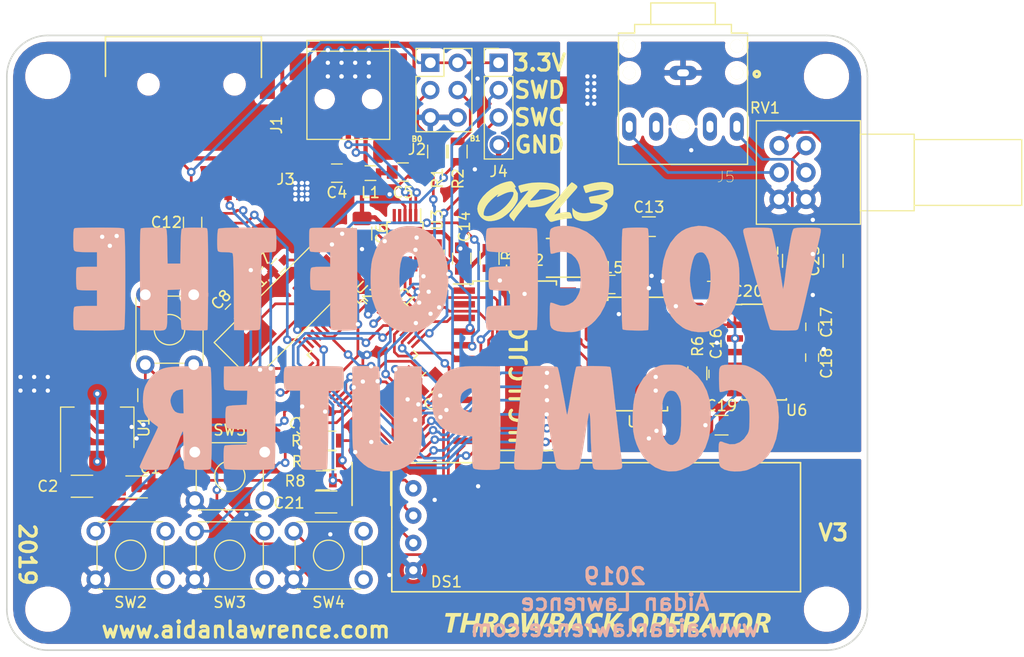
<source format=kicad_pcb>
(kicad_pcb (version 20171130) (host pcbnew 5.1.5)
  (layers (0 F.Cu signal) (31 B.Cu signal) (34 B.Paste user) (35 F.Paste user) (36 B.SilkS user hide) (37 F.SilkS user hide) (38 B.Mask user) (39 F.Mask user) (44 Edge.Cuts user))
  (net 0 "")
  (net 1 GND)
  (net 2 VCC)
  (net 3 +3V3)
  (net 4 "Net-(C3-Pad2)")
  (net 5 +5V)
  (net 6 "Net-(C7-Pad1)")
  (net 7 "Net-(C8-Pad1)")
  (net 8 +5VA)
  (net 9 "Net-(C16-Pad2)")
  (net 10 "Net-(C17-Pad2)")
  (net 11 "Net-(C18-Pad2)")
  (net 12 "Net-(C19-Pad1)")
  (net 13 "Net-(C21-Pad1)")
  (net 14 "Net-(C22-Pad2)")
  (net 15 CH1_OUT)
  (net 16 CH2_OUT)
  (net 17 "Net-(C23-Pad2)")
  (net 18 SDA)
  (net 19 SCL)
  (net 20 "Net-(J1-Pad4)")
  (net 21 D+)
  (net 22 D-)
  (net 23 BOOT1)
  (net 24 BOOT0)
  (net 25 "Net-(J3-Pad9)")
  (net 26 "Net-(J3-Pad8)")
  (net 27 SD_MISO)
  (net 28 SD_CLK)
  (net 29 SD_MOSI)
  (net 30 SD_CS)
  (net 31 "Net-(J3-Pad1)")
  (net 32 SWCLK)
  (net 33 SWDIO)
  (net 34 "Net-(J5-Pad2)")
  (net 35 "Net-(L3-Pad2)")
  (net 36 "Net-(R1-Pad1)")
  (net 37 "Net-(R2-Pad1)")
  (net 38 "Net-(R3-Pad1)")
  (net 39 "Net-(R4-Pad2)")
  (net 40 "Net-(R5-Pad1)")
  (net 41 "Net-(R6-Pad1)")
  (net 42 "Net-(R6-Pad2)")
  (net 43 "Net-(SW1-Pad2)")
  (net 44 "Net-(SW1-Pad3)")
  (net 45 PREV)
  (net 46 "Net-(SW2-Pad2)")
  (net 47 "Net-(SW2-Pad4)")
  (net 48 "Net-(SW3-Pad4)")
  (net 49 "Net-(SW3-Pad2)")
  (net 50 RAND)
  (net 51 NEXT)
  (net 52 "Net-(SW4-Pad2)")
  (net 53 "Net-(SW4-Pad4)")
  (net 54 "Net-(SW5-Pad4)")
  (net 55 "Net-(SW5-Pad2)")
  (net 56 OPTION)
  (net 57 D1)
  (net 58 D0)
  (net 59 YM_WR)
  (net 60 YM_IC)
  (net 61 "Net-(U2-Pad33)")
  (net 62 "Net-(U2-Pad32)")
  (net 63 TX)
  (net 64 RX)
  (net 65 YM_CS)
  (net 66 D7)
  (net 67 D6)
  (net 68 D5)
  (net 69 D4)
  (net 70 D3)
  (net 71 D2)
  (net 72 "Net-(U2-Pad13)")
  (net 73 "Net-(U2-Pad12)")
  (net 74 YM_CLK)
  (net 75 "Net-(U2-Pad10)")
  (net 76 "Net-(U2-Pad4)")
  (net 77 YM_A1)
  (net 78 YM_A0)
  (net 79 "Net-(U3-Pad6)")
  (net 80 "Net-(U3-Pad5)")
  (net 81 "Net-(U3-Pad4)")
  (net 82 "Net-(U4-Pad23)")
  (net 83 "Net-(U4-Pad22)")
  (net 84 "Net-(U4-Pad21)")
  (net 85 "Net-(U4-Pad20)")
  (net 86 "Net-(U4-Pad19)")
  (net 87 "Net-(U4-Pad9)")
  (net 88 "Net-(U4-Pad2)")
  (net 89 "Net-(U5-Pad15)")
  (net 90 "Net-(U5-Pad14)")
  (net 91 "Net-(J5-Pad3)")
  (net 92 "Net-(J1-Pad6)")
  (net 93 "Net-(U6-Pad11)")
  (module Capacitor_SMD:C_1206_3216Metric (layer F.Cu) (at 226.695 104.775 90)
    (fp_text reference C23 (at 0 -1.82 90) (layer F.SilkS))
    (fp_text value 10uF)
    (pad 2 smd roundrect (at 1.4 0 90) (size 1.25 1.75) (layers F.Cu F.Paste F.Mask) (roundrect_rratio 0.2) (net 17 "Net-(C23-Pad2)"))
    (pad 1 smd roundrect (at -1.4 0 90) (size 1.25 1.75) (layers F.Cu F.Paste F.Mask) (roundrect_rratio 0.2) (net 16 CH2_OUT))
  )
  (module Capacitor_SMD:C_1206_3216Metric (layer F.Cu) (at 222.885 104.775 90)
    (fp_text reference C22 (at 0 -1.82 90) (layer F.SilkS))
    (fp_text value 10uF)
    (pad 2 smd roundrect (at 1.4 0 90) (size 1.25 1.75) (layers F.Cu F.Paste F.Mask) (roundrect_rratio 0.2) (net 14 "Net-(C22-Pad2)"))
    (pad 1 smd roundrect (at -1.4 0 90) (size 1.25 1.75) (layers F.Cu F.Paste F.Mask) (roundrect_rratio 0.2) (net 15 CH1_OUT))
  )
  (module Capacitor_SMD:C_1206_3216Metric (layer F.Cu) (at 216.3064 120.0531)
    (fp_text reference C19 (at 0 -1.82) (layer F.SilkS))
    (fp_text value 10uF)
    (pad 2 smd roundrect (at 1.4 0) (size 1.25 1.75) (layers F.Cu F.Paste F.Mask) (roundrect_rratio 0.2) (net 1 GND))
    (pad 1 smd roundrect (at -1.4 0) (size 1.25 1.75) (layers F.Cu F.Paste F.Mask) (roundrect_rratio 0.2) (net 12 "Net-(C19-Pad1)"))
  )
  (module Capacitor_SMD:C_1206_3216Metric (layer F.Cu) (at 209.55 101.6)
    (fp_text reference C13 (at 0 -1.82) (layer F.SilkS))
    (fp_text value 10uF)
    (pad 2 smd roundrect (at 1.4 0) (size 1.25 1.75) (layers F.Cu F.Paste F.Mask) (roundrect_rratio 0.2) (net 1 GND))
    (pad 1 smd roundrect (at -1.4 0) (size 1.25 1.75) (layers F.Cu F.Paste F.Mask) (roundrect_rratio 0.2) (net 8 +5VA))
  )
  (module Capacitor_SMD:C_1206_3216Metric (layer F.Cu) (at 182.88 102.235 270)
    (fp_text reference C6 (at 0 -1.82 90) (layer F.SilkS))
    (fp_text value 10uF)
    (pad 2 smd roundrect (at 1.4 0 270) (size 1.25 1.75) (layers F.Cu F.Paste F.Mask) (roundrect_rratio 0.2) (net 1 GND))
    (pad 1 smd roundrect (at -1.4 0 270) (size 1.25 1.75) (layers F.Cu F.Paste F.Mask) (roundrect_rratio 0.2) (net 5 +5V))
  )
  (module "Boom Precision Elec PJ-307C:Boom Precision Elec PJ-307C" (layer F.Cu) (at 212.725 88.3 180)
    (fp_text reference J5 (at -3.97529 -8.66834) (layer F.SilkS) (effects (font (size 1.00386 1.00386) (thickness 0.05))))
    (fp_text value Audio-Jack-3 (at -3.44121 9.13891) (layer F.SilkS) (effects (font (size 1.00249 1.00249) (thickness 0.05))))
    (pad 2 thru_hole oval (at 5 -4 270) (size 2.6 1.3) (drill oval 1.1 0.65) (layers *.Cu *.Mask) (net 34 "Net-(J5-Pad2)"))
    (pad 3 thru_hole oval (at -5 -4 270) (size 2.6 1.3) (drill oval 1.1 0.65) (layers *.Cu *.Mask) (net 91 "Net-(J5-Pad3)"))
    (pad ~ thru_hole oval (at -2.5 -4 270) (size 2.6 1.3) (drill oval 1.1 0.65) (layers *.Cu *.Mask))
    (pad 4 thru_hole oval (at 2.5 -4 270) (size 2.6 1.3) (drill oval 1.1 0.65) (layers *.Cu *.Mask))
    (pad 1 thru_hole oval (at 0 1) (size 2.6 1.3) (drill oval 1.1 0.65) (layers *.Cu *.Mask) (net 1 GND))
    (pad Hole np_thru_hole circle (at 0 -4 180) (size 1.2 1.2) (drill 1.2) (layers *.Cu *.Mask F.SilkS))
    (pad Hole np_thru_hole circle (at -5 1 180) (size 1.2 1.2) (drill 1.2) (layers *.Cu *.Mask F.SilkS))
    (pad Hole np_thru_hole circle (at -5 3.5 180) (size 1.2 1.2) (drill 1.2) (layers *.Cu *.Mask F.SilkS))
    (pad Hole np_thru_hole circle (at 5 1 180) (size 1.2 1.2) (drill 1.2) (layers *.Cu *.Mask F.SilkS))
    (pad Hole np_thru_hole circle (at 5 3.5 180) (size 1.2 1.2) (drill 1.2) (layers *.Cu *.Mask F.SilkS))
  )
  (module Potentiometers:Potentiometer_Alps_RK097_Double_Vertical (layer F.Cu) (at 224.155 99.06)
    (fp_text reference RV1 (at -3.81 -8.5) (layer F.SilkS))
    (fp_text value R_POT_Dual)
    (pad 6 thru_hole circle (at -2.5 0) (size 1.8 1.8) (drill 1) (layers *.Cu *.Mask) (net 1 GND))
    (pad 5 thru_hole circle (at -2.5 -2.5) (size 1.8 1.8) (drill 1) (layers *.Cu *.Mask) (net 34 "Net-(J5-Pad2)"))
    (pad 4 thru_hole circle (at -2.5 -5) (size 1.8 1.8) (drill 1) (layers *.Cu *.Mask) (net 17 "Net-(C23-Pad2)"))
    (pad 3 thru_hole circle (at 0 0) (size 1.8 1.8) (drill 1) (layers *.Cu *.Mask) (net 1 GND))
    (pad 2 thru_hole circle (at 0 -2.5) (size 1.8 1.8) (drill 1) (layers *.Cu *.Mask) (net 91 "Net-(J5-Pad3)"))
    (pad 1 thru_hole circle (at 0 -5) (size 1.8 1.8) (drill 1) (layers *.Cu *.Mask) (net 14 "Net-(C22-Pad2)"))
  )
  (module Buttons_Switches_THT:SW_TH_Tactile_Omron_B3F-10xx (layer F.Cu) (at 158.115 129.9083)
    (fp_text reference SW2 (at 3.25 6.6167) (layer F.SilkS))
    (fp_text value SW_Push_Dual)
    (pad 1 thru_hole circle (at 0 0) (size 1.7 1.7) (drill 1) (layers *.Cu *.Mask) (net 45 PREV))
    (pad 2 thru_hole circle (at 6.5 0) (size 1.7 1.7) (drill 1) (layers *.Cu *.Mask) (net 46 "Net-(SW2-Pad2)"))
    (pad 3 thru_hole circle (at 0 4.5) (size 1.7 1.7) (drill 1) (layers *.Cu *.Mask) (net 1 GND))
    (pad 4 thru_hole circle (at 6.5 4.5) (size 1.7 1.7) (drill 1) (layers *.Cu *.Mask) (net 47 "Net-(SW2-Pad4)"))
  )
  (module Buttons_Switches_THT:SW_TH_Tactile_Omron_B3F-10xx (layer F.Cu) (at 167.3352 129.9083)
    (fp_text reference SW3 (at 3.25 6.6167) (layer F.SilkS))
    (fp_text value SW_Push_Dual)
    (pad 4 thru_hole circle (at 6.5 4.5) (size 1.7 1.7) (drill 1) (layers *.Cu *.Mask) (net 48 "Net-(SW3-Pad4)"))
    (pad 3 thru_hole circle (at 0 4.5) (size 1.7 1.7) (drill 1) (layers *.Cu *.Mask) (net 1 GND))
    (pad 2 thru_hole circle (at 6.5 0) (size 1.7 1.7) (drill 1) (layers *.Cu *.Mask) (net 49 "Net-(SW3-Pad2)"))
    (pad 1 thru_hole circle (at 0 0) (size 1.7 1.7) (drill 1) (layers *.Cu *.Mask) (net 50 RAND))
  )
  (module Buttons_Switches_THT:SW_TH_Tactile_Omron_B3F-10xx (layer F.Cu) (at 176.53 129.9083)
    (fp_text reference SW4 (at 3.25 6.6167) (layer F.SilkS))
    (fp_text value SW_Push_Dual)
    (pad 1 thru_hole circle (at 0 0) (size 1.7 1.7) (drill 1) (layers *.Cu *.Mask) (net 51 NEXT))
    (pad 2 thru_hole circle (at 6.5 0) (size 1.7 1.7) (drill 1) (layers *.Cu *.Mask) (net 52 "Net-(SW4-Pad2)"))
    (pad 3 thru_hole circle (at 0 4.5) (size 1.7 1.7) (drill 1) (layers *.Cu *.Mask) (net 1 GND))
    (pad 4 thru_hole circle (at 6.5 4.5) (size 1.7 1.7) (drill 1) (layers *.Cu *.Mask) (net 53 "Net-(SW4-Pad4)"))
  )
  (module Buttons_Switches_THT:SW_TH_Tactile_Omron_B3F-10xx (layer F.Cu) (at 167.3352 122.555)
    (fp_text reference SW5 (at 3.25 -2.05) (layer F.SilkS))
    (fp_text value SW_Push_Dual)
    (pad 4 thru_hole circle (at 6.5 4.5) (size 1.7 1.7) (drill 1) (layers *.Cu *.Mask) (net 54 "Net-(SW5-Pad4)"))
    (pad 3 thru_hole circle (at 0 4.5) (size 1.7 1.7) (drill 1) (layers *.Cu *.Mask) (net 1 GND))
    (pad 2 thru_hole circle (at 6.5 0) (size 1.7 1.7) (drill 1) (layers *.Cu *.Mask) (net 55 "Net-(SW5-Pad2)"))
    (pad 1 thru_hole circle (at 0 0) (size 1.7 1.7) (drill 1) (layers *.Cu *.Mask) (net 56 OPTION))
  )
  (module customMicroSD:SOFNG_TF_15x15_PUSH_PUSH (layer F.Cu) (at 163.83 98.425)
    (fp_text reference J3 (at 11.9507 -1.2319) (layer F.SilkS))
    (fp_text value Micro_SD_Card)
    (pad "" np_thru_hole circle (at -0.8 -10.055) (size 1.1 1.1) (drill 1.1) (layers *.Cu *.Mask))
    (pad "" np_thru_hole circle (at 7.2 -10.055) (size 1.1 1.1) (drill 1.1) (layers *.Cu *.Mask))
    (pad "" smd rect (at 10.251 -9.799) (size 1.4 2.2) (layers F.Cu F.Paste F.Mask))
    (pad "" smd rect (at -5.499 -9.601) (size 1.4 2.2) (layers F.Cu F.Paste F.Mask))
    (pad "" smd rect (at -4.498 -0.5) (size 1.8 1.4) (layers F.Cu F.Paste F.Mask))
    (pad "" smd rect (at 10.05 -0.5) (size 1.6 1.4) (layers F.Cu F.Paste F.Mask))
    (pad 9 smd rect (at 8.8 0) (size 0.7 1.4) (layers F.Cu F.Paste F.Mask) (net 25 "Net-(J3-Pad9)"))
    (pad 8 smd rect (at 7.7 0) (size 0.7 1.4) (layers F.Cu F.Paste F.Mask) (net 26 "Net-(J3-Pad8)"))
    (pad 7 smd rect (at 6.6 0) (size 0.7 1.4) (layers F.Cu F.Paste F.Mask) (net 27 SD_MISO))
    (pad 6 smd rect (at 5.5 0) (size 0.7 1.4) (layers F.Cu F.Paste F.Mask) (net 1 GND))
    (pad 5 smd rect (at 4.4 0) (size 0.7 1.4) (layers F.Cu F.Paste F.Mask) (net 28 SD_CLK))
    (pad 4 smd rect (at 3.3 0) (size 0.7 1.4) (layers F.Cu F.Paste F.Mask) (net 3 +3V3))
    (pad 3 smd rect (at 2.2 0) (size 0.7 1.4) (layers F.Cu F.Paste F.Mask) (net 29 SD_MOSI))
    (pad 2 smd rect (at 1.1 0) (size 0.7 1.4) (layers F.Cu F.Paste F.Mask) (net 30 SD_CS))
    (pad 1 smd rect (at 0 0) (size 0.7 1.4) (layers F.Cu F.Paste F.Mask) (net 31 "Net-(J3-Pad1)"))
  )
  (module Mounting_Holes:MountingHole_3.2mm_M3 (layer F.Cu) (at 226.06 87.63)
    (fp_text reference H4 hide)
    (fp_text value M3)
    (pad 1 np_thru_hole circle (at 0 0) (size 3.2 3.2) (drill 3.2) (layers *.Cu *.Mask))
  )
  (module Mounting_Holes:MountingHole_3.2mm_M3 (layer F.Cu) (at 153.67 87.63)
    (fp_text reference H3 hide)
    (fp_text value M3)
    (pad 1 np_thru_hole circle (at 0 0) (size 3.2 3.2) (drill 3.2) (layers *.Cu *.Mask))
  )
  (module Mounting_Holes:MountingHole_3.2mm_M3 (layer F.Cu) (at 153.67 137.16)
    (fp_text reference H2 hide)
    (fp_text value M3)
    (pad 1 np_thru_hole circle (at 0 0) (size 3.2 3.2) (drill 3.2) (layers *.Cu *.Mask))
  )
  (module Mounting_Holes:MountingHole_3.2mm_M3 (layer F.Cu) (at 226.06 137.16)
    (fp_text reference H1 hide)
    (fp_text value M3)
    (pad 1 np_thru_hole circle (at 0 0) (size 3.2 3.2) (drill 3.2) (layers *.Cu *.Mask))
  )
  (module oled_display:128x32_OLED_I2C_Module (layer F.Cu) (at 185.6486 129.54)
    (fp_text reference DS1 (at 5.08 5.08) (layer F.SilkS))
    (fp_text value 128x32_I2C_OLED)
    (pad 4 thru_hole circle (at 2 4) (size 1.524 1.524) (drill 0.762) (layers *.Mask B.Cu) (net 1 GND))
    (pad 3 thru_hole circle (at 2 1.46) (size 1.524 1.524) (drill 0.762) (layers *.Cu *.Mask) (net 13 "Net-(C21-Pad1)"))
    (pad 2 thru_hole circle (at 2 -1.08) (size 1.524 1.524) (drill 0.762) (layers *.Cu *.Mask) (net 19 SCL))
    (pad 1 thru_hole circle (at 2 -3.62) (size 1.524 1.524) (drill 0.762) (layers *.Cu *.Mask) (net 18 SDA))
  )
  (module Capacitors_SMD:C_1206 (layer F.Cu) (at 161.925 125.7935)
    (fp_text reference C1 (at 1.27 -1.75) (layer F.SilkS))
    (fp_text value 10uF)
    (pad 2 smd rect (at 1.5 0) (size 1 1.6) (layers F.Cu F.Paste F.Mask) (net 1 GND))
    (pad 1 smd rect (at -1.5 0) (size 1 1.6) (layers F.Cu F.Paste F.Mask) (net 2 VCC))
  )
  (module Capacitors_SMD:C_1206 (layer F.Cu) (at 156.845 125.73 180)
    (fp_text reference C2 (at 3.175 0 180) (layer F.SilkS))
    (fp_text value 10uF)
    (pad 1 smd rect (at -1.5 0 180) (size 1 1.6) (layers F.Cu F.Paste F.Mask) (net 3 +3V3))
    (pad 2 smd rect (at 1.5 0 180) (size 1 1.6) (layers F.Cu F.Paste F.Mask) (net 1 GND))
  )
  (module Capacitors_SMD:C_0805 (layer F.Cu) (at 189.6745 104.267 270)
    (fp_text reference C3 (at 3.048 -0.1905 270) (layer F.SilkS))
    (fp_text value 100nF)
    (pad 1 smd rect (at -1 0 270) (size 1 1.25) (layers F.Cu F.Paste F.Mask) (net 1 GND))
    (pad 2 smd rect (at 1 0 270) (size 1 1.25) (layers F.Cu F.Paste F.Mask) (net 4 "Net-(C3-Pad2)"))
  )
  (module Capacitors_SMD:C_0805 (layer F.Cu) (at 180.5432 96.6216 180)
    (fp_text reference C4 (at 0 -1.8034 180) (layer F.SilkS))
    (fp_text value 10nF)
    (pad 2 smd rect (at 1 0 180) (size 1 1.25) (layers F.Cu F.Paste F.Mask) (net 1 GND))
    (pad 1 smd rect (at -1 0 180) (size 1 1.25) (layers F.Cu F.Paste F.Mask) (net 2 VCC))
  )
  (module Capacitors_SMD:C_0805 (layer F.Cu) (at 186.69 96.52)
    (fp_text reference C5 (at 0 1.905) (layer F.SilkS))
    (fp_text value 100nF)
    (pad 1 smd rect (at -1 0) (size 1 1.25) (layers F.Cu F.Paste F.Mask) (net 5 +5V))
    (pad 2 smd rect (at 1 0) (size 1 1.25) (layers F.Cu F.Paste F.Mask) (net 1 GND))
  )
  (module Capacitors_SMD:C_0603 (layer F.Cu) (at 175.1076 105.2322 225)
    (fp_text reference C7 (at 0.951907 1.347038 225) (layer F.SilkS))
    (fp_text value 22pF)
    (pad 2 smd rect (at 0.75 0 225) (size 0.8 0.75) (layers F.Cu F.Paste F.Mask) (net 1 GND))
    (pad 1 smd rect (at -0.75 0 225) (size 0.8 0.75) (layers F.Cu F.Paste F.Mask) (net 6 "Net-(C7-Pad1)"))
  )
  (module Capacitors_SMD:C_0603 (layer F.Cu) (at 170.8404 109.4613 45)
    (fp_text reference C8 (at 0 -1.5 45) (layer F.SilkS))
    (fp_text value 22pF)
    (pad 1 smd rect (at -0.75 0 45) (size 0.8 0.75) (layers F.Cu F.Paste F.Mask) (net 7 "Net-(C8-Pad1)"))
    (pad 2 smd rect (at 0.75 0 45) (size 0.8 0.75) (layers F.Cu F.Paste F.Mask) (net 1 GND))
  )
  (module Capacitors_SMD:C_0805 (layer F.Cu) (at 178.0032 119.0752 135)
    (fp_text reference C9 (at 0 -1.5 135) (layer F.SilkS))
    (fp_text value 100nF)
    (pad 1 smd rect (at -1 0 135) (size 1 1.25) (layers F.Cu F.Paste F.Mask) (net 3 +3V3))
    (pad 2 smd rect (at 1 0 135) (size 1 1.25) (layers F.Cu F.Paste F.Mask) (net 1 GND))
  )
  (module Capacitors_SMD:C_0805 (layer F.Cu) (at 184.763693 106.633293 135)
    (fp_text reference C10 (at -3.119341 0.466973 135) (layer F.SilkS))
    (fp_text value 100nF)
    (pad 2 smd rect (at 1 0 135) (size 1 1.25) (layers F.Cu F.Paste F.Mask) (net 1 GND))
    (pad 1 smd rect (at -1 0 135) (size 1 1.25) (layers F.Cu F.Paste F.Mask) (net 3 +3V3))
  )
  (module Capacitors_SMD:C_0805 (layer F.Cu) (at 189.060807 116.094793 225)
    (fp_text reference C11 (at 0.407303 -1.544604 225) (layer F.SilkS))
    (fp_text value 100nF)
    (pad 2 smd rect (at 1 0 225) (size 1 1.25) (layers F.Cu F.Paste F.Mask) (net 1 GND))
    (pad 1 smd rect (at -1 0 225) (size 1 1.25) (layers F.Cu F.Paste F.Mask) (net 3 +3V3))
  )
  (module Capacitors_SMD:C_0805 (layer F.Cu) (at 167.132 101.219 270)
    (fp_text reference C12 (at -0.0254 2.4384 180) (layer F.SilkS))
    (fp_text value 100nF)
    (pad 2 smd rect (at 1 0 270) (size 1 1.25) (layers F.Cu F.Paste F.Mask) (net 1 GND))
    (pad 1 smd rect (at -1 0 270) (size 1 1.25) (layers F.Cu F.Paste F.Mask) (net 3 +3V3))
  )
  (module Capacitors_SMD:C_0805 (layer F.Cu) (at 192.151 104.5591 270)
    (fp_text reference C14 (at -2.9591 -0.254 270) (layer F.SilkS))
    (fp_text value 100nF)
    (pad 2 smd rect (at 1 0 270) (size 1 1.25) (layers F.Cu F.Paste F.Mask) (net 5 +5V))
    (pad 1 smd rect (at -1 0 270) (size 1 1.25) (layers F.Cu F.Paste F.Mask) (net 1 GND))
  )
  (module Capacitors_SMD:C_0805 (layer F.Cu) (at 205.9051 106.9721 180)
    (fp_text reference C15 (at 0.1651 1.5621 180) (layer F.SilkS))
    (fp_text value 100nF)
    (pad 1 smd rect (at -1 0 180) (size 1 1.25) (layers F.Cu F.Paste F.Mask) (net 1 GND))
    (pad 2 smd rect (at 1 0 180) (size 1 1.25) (layers F.Cu F.Paste F.Mask) (net 8 +5VA))
  )
  (module Capacitors_SMD:C_0603 (layer F.Cu) (at 215.7349 115.2906 90)
    (fp_text reference C16 (at 2.8067 0.0635 90) (layer F.SilkS))
    (fp_text value 68pF)
    (pad 1 smd rect (at -0.75 0 90) (size 0.8 0.75) (layers F.Cu F.Paste F.Mask) (net 1 GND))
    (pad 2 smd rect (at 0.75 0 90) (size 0.8 0.75) (layers F.Cu F.Paste F.Mask) (net 9 "Net-(C16-Pad2)"))
  )
  (module Capacitors_SMD:C_0603 (layer F.Cu) (at 224.7392 110.9091 270)
    (fp_text reference C17 (at -0.4191 -1.3208 270) (layer F.SilkS))
    (fp_text value 2.7nF)
    (pad 1 smd rect (at -0.75 0 270) (size 0.8 0.75) (layers F.Cu F.Paste F.Mask) (net 1 GND))
    (pad 2 smd rect (at 0.75 0 270) (size 0.8 0.75) (layers F.Cu F.Paste F.Mask) (net 10 "Net-(C17-Pad2)"))
  )
  (module Capacitors_SMD:C_0603 (layer F.Cu) (at 224.7265 113.7666 270)
    (fp_text reference C18 (at 0.5334 -1.3335 270) (layer F.SilkS))
    (fp_text value 2.7nF)
    (pad 2 smd rect (at 0.75 0 270) (size 0.8 0.75) (layers F.Cu F.Paste F.Mask) (net 11 "Net-(C18-Pad2)"))
    (pad 1 smd rect (at -0.75 0 270) (size 0.8 0.75) (layers F.Cu F.Paste F.Mask) (net 1 GND))
  )
  (module Capacitors_SMD:C_0805 (layer F.Cu) (at 215.4936 107.5309 180)
    (fp_text reference C20 (at -3.2385 -0.0635 180) (layer F.SilkS))
    (fp_text value 100nF)
    (pad 1 smd rect (at -1 0 180) (size 1 1.25) (layers F.Cu F.Paste F.Mask) (net 1 GND))
    (pad 2 smd rect (at 1 0 180) (size 1 1.25) (layers F.Cu F.Paste F.Mask) (net 8 +5VA))
  )
  (module Capacitors_SMD:C_1206 (layer F.Cu) (at 179.5399 127.1905 180)
    (fp_text reference C21 (at 3.4417 -0.1016 180) (layer F.SilkS))
    (fp_text value 10uF)
    (pad 2 smd rect (at 1.5 0 180) (size 1 1.6) (layers F.Cu F.Paste F.Mask) (net 1 GND))
    (pad 1 smd rect (at -1.5 0 180) (size 1 1.6) (layers F.Cu F.Paste F.Mask) (net 13 "Net-(C21-Pad1)"))
  )
  (module Connectors:USB_Mini-B (layer F.Cu) (at 181.61 89.535 270)
    (fp_text reference J1 (at 2.6162 6.6802 270) (layer F.SilkS))
    (fp_text value USB_OTG)
    (pad "" np_thru_hole circle (at 0.2 2.2 270) (size 0.9 0.9) (drill 0.9) (layers *.Cu *.Mask))
    (pad "" np_thru_hole circle (at 0.2 -2.2 270) (size 0.9 0.9) (drill 0.9) (layers *.Cu *.Mask))
    (pad 6 smd rect (at -2.8 4.45 270) (size 2.5 2) (layers F.Cu F.Paste F.Mask) (net 92 "Net-(J1-Pad6)"))
    (pad 6 smd rect (at 2.7 4.45 270) (size 2.5 2) (layers F.Cu F.Paste F.Mask) (net 92 "Net-(J1-Pad6)"))
    (pad 6 smd rect (at -2.8 -4.45 270) (size 2.5 2) (layers F.Cu F.Paste F.Mask) (net 92 "Net-(J1-Pad6)"))
    (pad 6 smd rect (at 2.7 -4.45 270) (size 2.5 2) (layers F.Cu F.Paste F.Mask) (net 92 "Net-(J1-Pad6)"))
    (pad 5 smd rect (at 2.8 1.6 270) (size 2.3 0.5) (layers F.Cu F.Paste F.Mask) (net 1 GND))
    (pad 4 smd rect (at 2.8 0.8 270) (size 2.3 0.5) (layers F.Cu F.Paste F.Mask) (net 20 "Net-(J1-Pad4)"))
    (pad 3 smd rect (at 2.8 0 270) (size 2.3 0.5) (layers F.Cu F.Paste F.Mask) (net 21 D+))
    (pad 2 smd rect (at 2.8 -0.8 270) (size 2.3 0.5) (layers F.Cu F.Paste F.Mask) (net 22 D-))
    (pad 1 smd rect (at 2.8 -1.6 270) (size 2.3 0.5) (layers F.Cu F.Paste F.Mask) (net 2 VCC))
  )
  (module Pin_Headers:Pin_Header_Straight_2x03_Pitch2.54mm (layer F.Cu) (at 189.23 86.36)
    (fp_text reference J2 (at -1.2446 8.0518) (layer F.SilkS))
    (fp_text value Conn_02x03_Odd_Even)
    (pad 6 thru_hole oval (at 2.54 5.08) (size 1.7 1.7) (drill 1) (layers *.Cu *.Mask) (net 1 GND))
    (pad 5 thru_hole oval (at 0 5.08) (size 1.7 1.7) (drill 1) (layers *.Cu *.Mask) (net 1 GND))
    (pad 4 thru_hole oval (at 2.54 2.54) (size 1.7 1.7) (drill 1) (layers *.Cu *.Mask) (net 23 BOOT1))
    (pad 3 thru_hole oval (at 0 2.54) (size 1.7 1.7) (drill 1) (layers *.Cu *.Mask) (net 24 BOOT0))
    (pad 2 thru_hole oval (at 2.54 0) (size 1.7 1.7) (drill 1) (layers *.Cu *.Mask) (net 3 +3V3))
    (pad 1 thru_hole rect (at 0 0) (size 1.7 1.7) (drill 1) (layers *.Cu *.Mask) (net 3 +3V3))
  )
  (module Pin_Headers:Pin_Header_Straight_1x04_Pitch2.54mm (layer F.Cu) (at 195.58 86.36)
    (fp_text reference J4 (at 0 10.1092) (layer F.SilkS))
    (fp_text value Conn_01x04)
    (pad 4 thru_hole oval (at 0 7.62) (size 1.7 1.7) (drill 1) (layers *.Mask F.Cu) (net 1 GND))
    (pad 3 thru_hole oval (at 0 5.08) (size 1.7 1.7) (drill 1) (layers *.Cu *.Mask) (net 32 SWCLK))
    (pad 2 thru_hole oval (at 0 2.54) (size 1.7 1.7) (drill 1) (layers *.Cu *.Mask) (net 33 SWDIO))
    (pad 1 thru_hole rect (at 0 0) (size 1.7 1.7) (drill 1) (layers *.Cu *.Mask) (net 3 +3V3))
  )
  (module Inductors_SMD:L_0603 (layer F.Cu) (at 183.6674 96.6216 180)
    (fp_text reference L1 (at 0 -1.8034 180) (layer F.SilkS))
    (fp_text value BLM18PG221SN1D)
    (pad 2 smd rect (at 0.75 0 180) (size 0.5 0.9) (layers F.Cu F.Paste F.Mask) (net 2 VCC))
    (pad 1 smd rect (at -0.75 0 180) (size 0.5 0.9) (layers F.Cu F.Paste F.Mask) (net 5 +5V))
  )
  (module custom_inductors:L_4x4 (layer F.Cu) (at 203.5302 104.4956 180)
    (fp_text reference L2 (at 4.5974 -0.2286 180) (layer F.SilkS))
    (fp_text value 33uH)
    (pad 2 smd rect (at 3.05 0 180) (size 0.95 3.3) (layers F.Cu F.Paste F.Mask) (net 5 +5V))
    (pad 1 smd rect (at 0 0 180) (size 0.95 3.3) (layers F.Cu F.Paste F.Mask) (net 8 +5VA))
  )
  (module custom_inductors:L_4x4 (layer F.Cu) (at 183.7563 127.0127 90)
    (fp_text reference L3 (at 4.5212 -0.0254 90) (layer F.SilkS))
    (fp_text value 10uH)
    (pad 1 smd rect (at 0 0 90) (size 0.95 3.3) (layers F.Cu F.Paste F.Mask) (net 13 "Net-(C21-Pad1)"))
    (pad 2 smd rect (at 3.05 0 90) (size 0.95 3.3) (layers F.Cu F.Paste F.Mask) (net 35 "Net-(L3-Pad2)"))
  )
  (module Resistors_SMD:R_0805 (layer F.Cu) (at 189.865 94.615 90)
    (fp_text reference R1 (at -2.4765 0.0254 90) (layer F.SilkS))
    (fp_text value 100K)
    (pad 2 smd rect (at 0.95 0 90) (size 0.7 1.3) (layers F.Cu F.Paste F.Mask) (net 24 BOOT0))
    (pad 1 smd rect (at -0.95 0 90) (size 0.7 1.3) (layers F.Cu F.Paste F.Mask) (net 36 "Net-(R1-Pad1)"))
  )
  (module Resistors_SMD:R_0805 (layer F.Cu) (at 191.77 94.615 90)
    (fp_text reference R2 (at -2.5273 0.0381 90) (layer F.SilkS))
    (fp_text value 100K)
    (pad 1 smd rect (at -0.95 0 90) (size 0.7 1.3) (layers F.Cu F.Paste F.Mask) (net 37 "Net-(R2-Pad1)"))
    (pad 2 smd rect (at 0.95 0 90) (size 0.7 1.3) (layers F.Cu F.Paste F.Mask) (net 23 BOOT1))
  )
  (module Resistors_SMD:R_0805 (layer F.Cu) (at 159.8168 108.9787 180)
    (fp_text reference R3 (at 0 -1.65 180) (layer F.SilkS))
    (fp_text value 1K)
    (pad 2 smd rect (at 0.95 0 180) (size 0.7 1.3) (layers F.Cu F.Paste F.Mask) (net 1 GND))
    (pad 1 smd rect (at -0.95 0 180) (size 0.7 1.3) (layers F.Cu F.Paste F.Mask) (net 38 "Net-(R3-Pad1)"))
  )
  (module Resistors_SMD:R_0805 (layer F.Cu) (at 162.9156 117.2591 90)
    (fp_text reference R4 (at 0.0254 1.6256 90) (layer F.SilkS))
    (fp_text value 10K)
    (pad 1 smd rect (at -0.95 0 90) (size 0.7 1.3) (layers F.Cu F.Paste F.Mask) (net 3 +3V3))
    (pad 2 smd rect (at 0.95 0 90) (size 0.7 1.3) (layers F.Cu F.Paste F.Mask) (net 39 "Net-(R4-Pad2)"))
  )
  (module Resistors_SMD:R_0805 (layer F.Cu) (at 194.7418 104.5083 90)
    (fp_text reference R5 (at 0.6985 1.651 90) (layer F.SilkS))
    (fp_text value 10K)
    (pad 2 smd rect (at 0.95 0 90) (size 0.7 1.3) (layers F.Cu F.Paste F.Mask) (net 5 +5V))
    (pad 1 smd rect (at -0.95 0 90) (size 0.7 1.3) (layers F.Cu F.Paste F.Mask) (net 40 "Net-(R5-Pad1)"))
  )
  (module Resistors_SMD:R_0805 (layer F.Cu) (at 214.0585 115.2271 90)
    (fp_text reference R6 (at 2.5019 0.0254 90) (layer F.SilkS))
    (fp_text value 33)
    (pad 1 smd rect (at -0.95 0 90) (size 0.7 1.3) (layers F.Cu F.Paste F.Mask) (net 41 "Net-(R6-Pad1)"))
    (pad 2 smd rect (at 0.95 0 90) (size 0.7 1.3) (layers F.Cu F.Paste F.Mask) (net 42 "Net-(R6-Pad2)"))
  )
  (module Resistors_SMD:R_0805 (layer F.Cu) (at 179.8574 121.4882 180)
    (fp_text reference R7 (at 2.6162 -0.0381 180) (layer F.SilkS))
    (fp_text value 4.7)
    (pad 2 smd rect (at 0.95 0 180) (size 0.7 1.3) (layers F.Cu F.Paste F.Mask) (net 3 +3V3))
    (pad 1 smd rect (at -0.95 0 180) (size 0.7 1.3) (layers F.Cu F.Paste F.Mask) (net 35 "Net-(L3-Pad2)"))
  )
  (module Resistors_SMD:R_0805 (layer F.Cu) (at 179.2224 125.1839 180)
    (fp_text reference R8 (at 2.5654 -0.0635 180) (layer F.SilkS))
    (fp_text value 4.7K)
    (pad 1 smd rect (at -0.95 0 180) (size 0.7 1.3) (layers F.Cu F.Paste F.Mask) (net 19 SCL))
    (pad 2 smd rect (at 0.95 0 180) (size 0.7 1.3) (layers F.Cu F.Paste F.Mask) (net 3 +3V3))
  )
  (module Resistors_SMD:R_0805 (layer F.Cu) (at 179.8574 123.317 180)
    (fp_text reference R9 (at 2.54 -0.127 180) (layer F.SilkS))
    (fp_text value 4.7K)
    (pad 2 smd rect (at 0.95 0 180) (size 0.7 1.3) (layers F.Cu F.Paste F.Mask) (net 3 +3V3))
    (pad 1 smd rect (at -0.95 0 180) (size 0.7 1.3) (layers F.Cu F.Paste F.Mask) (net 18 SDA))
  )
  (module Buttons_Switches_THT:SW_TH_Tactile_Omron_B3F-10xx (layer F.Cu) (at 167.2336 107.9246 270)
    (fp_text reference SW1 (at -1.8796 2.1336) (layer F.SilkS))
    (fp_text value SW_Push_Dual)
    (pad 1 thru_hole circle (at 0 0 270) (size 1.7 1.7) (drill 1) (layers *.Cu *.Mask) (net 38 "Net-(R3-Pad1)"))
    (pad 2 thru_hole circle (at 6.5 0 270) (size 1.7 1.7) (drill 1) (layers *.Cu *.Mask) (net 43 "Net-(SW1-Pad2)"))
    (pad 3 thru_hole circle (at 0 4.5 270) (size 1.7 1.7) (drill 1) (layers *.Cu *.Mask) (net 44 "Net-(SW1-Pad3)"))
    (pad 4 thru_hole circle (at 6.5 4.5 270) (size 1.7 1.7) (drill 1) (layers *.Cu *.Mask) (net 39 "Net-(R4-Pad2)"))
  )
  (module TO_SOT_Packages_SMD:SOT-223-3_TabPin2 (layer F.Cu) (at 158.2674 120.2817 90)
    (fp_text reference U1 (at 0.1016 4.3434 90) (layer F.SilkS))
    (fp_text value LD1117S33TR_SOT223)
    (pad 1 smd rect (at -3.15 -2.3 90) (size 2 1.5) (layers F.Cu F.Paste F.Mask) (net 1 GND))
    (pad 3 smd rect (at -3.15 2.3 90) (size 2 1.5) (layers F.Cu F.Paste F.Mask) (net 2 VCC))
    (pad 2 smd rect (at -3.15 0 90) (size 2 1.5) (layers F.Cu F.Paste F.Mask) (net 3 +3V3))
    (pad 2 smd rect (at 3.15 0 90) (size 2 3.8) (layers F.Cu F.Paste F.Mask) (net 3 +3V3))
  )
  (module Housings_QFP:LQFP-48_7x7mm_Pitch0.5mm (layer F.Cu) (at 182.9308 113.5126 315)
    (fp_text reference U2 (at -4.032135 -4.319503 315) (layer F.SilkS))
    (fp_text value STM32F103C8Tx)
    (pad 48 smd rect (at -2.75 -4.35 45) (size 1.3 0.25) (layers F.Cu F.Paste F.Mask) (net 3 +3V3))
    (pad 47 smd rect (at -2.25 -4.35 45) (size 1.3 0.25) (layers F.Cu F.Paste F.Mask) (net 1 GND))
    (pad 46 smd rect (at -1.749999 -4.35 45) (size 1.3 0.25) (layers F.Cu F.Paste F.Mask) (net 57 D1))
    (pad 45 smd rect (at -1.25 -4.35 45) (size 1.3 0.25) (layers F.Cu F.Paste F.Mask) (net 58 D0))
    (pad 44 smd rect (at -0.750001 -4.35 45) (size 1.3 0.25) (layers F.Cu F.Paste F.Mask) (net 36 "Net-(R1-Pad1)"))
    (pad 43 smd rect (at -0.25 -4.35 45) (size 1.3 0.25) (layers F.Cu F.Paste F.Mask) (net 18 SDA))
    (pad 42 smd rect (at 0.25 -4.35 45) (size 1.3 0.25) (layers F.Cu F.Paste F.Mask) (net 19 SCL))
    (pad 41 smd rect (at 0.750001 -4.35 45) (size 1.3 0.25) (layers F.Cu F.Paste F.Mask) (net 59 YM_WR))
    (pad 40 smd rect (at 1.25 -4.35 45) (size 1.3 0.25) (layers F.Cu F.Paste F.Mask) (net 56 OPTION))
    (pad 39 smd rect (at 1.749999 -4.35 45) (size 1.3 0.25) (layers F.Cu F.Paste F.Mask) (net 51 NEXT))
    (pad 38 smd rect (at 2.25 -4.35 45) (size 1.3 0.25) (layers F.Cu F.Paste F.Mask) (net 60 YM_IC))
    (pad 37 smd rect (at 2.75 -4.35 45) (size 1.3 0.25) (layers F.Cu F.Paste F.Mask) (net 32 SWCLK))
    (pad 36 smd rect (at 4.35 -2.75 315) (size 1.3 0.25) (layers F.Cu F.Paste F.Mask) (net 3 +3V3))
    (pad 35 smd rect (at 4.35 -2.25 315) (size 1.3 0.25) (layers F.Cu F.Paste F.Mask) (net 1 GND))
    (pad 34 smd rect (at 4.35 -1.749999 315) (size 1.3 0.25) (layers F.Cu F.Paste F.Mask) (net 33 SWDIO))
    (pad 33 smd rect (at 4.35 -1.25 315) (size 1.3 0.25) (layers F.Cu F.Paste F.Mask) (net 61 "Net-(U2-Pad33)"))
    (pad 32 smd rect (at 4.35 -0.750001 315) (size 1.3 0.25) (layers F.Cu F.Paste F.Mask) (net 62 "Net-(U2-Pad32)"))
    (pad 31 smd rect (at 4.35 -0.25 315) (size 1.3 0.25) (layers F.Cu F.Paste F.Mask) (net 63 TX))
    (pad 30 smd rect (at 4.35 0.25 315) (size 1.3 0.25) (layers F.Cu F.Paste F.Mask) (net 64 RX))
    (pad 29 smd rect (at 4.35 0.750001 315) (size 1.3 0.25) (layers F.Cu F.Paste F.Mask) (net 65 YM_CS))
    (pad 28 smd rect (at 4.35 1.25 315) (size 1.3 0.25) (layers F.Cu F.Paste F.Mask) (net 66 D7))
    (pad 27 smd rect (at 4.35 1.749999 315) (size 1.3 0.25) (layers F.Cu F.Paste F.Mask) (net 67 D6))
    (pad 26 smd rect (at 4.35 2.25 315) (size 1.3 0.25) (layers F.Cu F.Paste F.Mask) (net 68 D5))
    (pad 25 smd rect (at 4.35 2.75 315) (size 1.3 0.25) (layers F.Cu F.Paste F.Mask) (net 69 D4))
    (pad 24 smd rect (at 2.75 4.35 45) (size 1.3 0.25) (layers F.Cu F.Paste F.Mask) (net 3 +3V3))
    (pad 23 smd rect (at 2.25 4.35 45) (size 1.3 0.25) (layers F.Cu F.Paste F.Mask) (net 1 GND))
    (pad 22 smd rect (at 1.749999 4.35 45) (size 1.3 0.25) (layers F.Cu F.Paste F.Mask) (net 70 D3))
    (pad 21 smd rect (at 1.25 4.35 45) (size 1.3 0.25) (layers F.Cu F.Paste F.Mask) (net 71 D2))
    (pad 20 smd rect (at 0.750001 4.35 45) (size 1.3 0.25) (layers F.Cu F.Paste F.Mask) (net 37 "Net-(R2-Pad1)"))
    (pad 19 smd rect (at 0.25 4.35 45) (size 1.3 0.25) (layers F.Cu F.Paste F.Mask) (net 50 RAND))
    (pad 18 smd rect (at -0.25 4.35 45) (size 1.3 0.25) (layers F.Cu F.Paste F.Mask) (net 45 PREV))
    (pad 17 smd rect (at -0.750001 4.35 45) (size 1.3 0.25) (layers F.Cu F.Paste F.Mask) (net 29 SD_MOSI))
    (pad 16 smd rect (at -1.25 4.35 45) (size 1.3 0.25) (layers F.Cu F.Paste F.Mask) (net 27 SD_MISO))
    (pad 15 smd rect (at -1.749999 4.35 45) (size 1.3 0.25) (layers F.Cu F.Paste F.Mask) (net 28 SD_CLK))
    (pad 14 smd rect (at -2.25 4.35 45) (size 1.3 0.25) (layers F.Cu F.Paste F.Mask) (net 30 SD_CS))
    (pad 13 smd rect (at -2.75 4.35 45) (size 1.3 0.25) (layers F.Cu F.Paste F.Mask) (net 72 "Net-(U2-Pad13)"))
    (pad 12 smd rect (at -4.35 2.75 315) (size 1.3 0.25) (layers F.Cu F.Paste F.Mask) (net 73 "Net-(U2-Pad12)"))
    (pad 11 smd rect (at -4.35 2.25 315) (size 1.3 0.25) (layers F.Cu F.Paste F.Mask) (net 74 YM_CLK))
    (pad 10 smd rect (at -4.35 1.749999 315) (size 1.3 0.25) (layers F.Cu F.Paste F.Mask) (net 75 "Net-(U2-Pad10)"))
    (pad 9 smd rect (at -4.35 1.25 315) (size 1.3 0.25) (layers F.Cu F.Paste F.Mask) (net 3 +3V3))
    (pad 8 smd rect (at -4.35 0.750001 315) (size 1.3 0.25) (layers F.Cu F.Paste F.Mask) (net 1 GND))
    (pad 7 smd rect (at -4.35 0.25 315) (size 1.3 0.25) (layers F.Cu F.Paste F.Mask) (net 39 "Net-(R4-Pad2)"))
    (pad 6 smd rect (at -4.35 -0.25 315) (size 1.3 0.25) (layers F.Cu F.Paste F.Mask) (net 7 "Net-(C8-Pad1)"))
    (pad 5 smd rect (at -4.35 -0.750001 315) (size 1.3 0.25) (layers F.Cu F.Paste F.Mask) (net 6 "Net-(C7-Pad1)"))
    (pad 4 smd rect (at -4.35 -1.25 315) (size 1.3 0.25) (layers F.Cu F.Paste F.Mask) (net 76 "Net-(U2-Pad4)"))
    (pad 3 smd rect (at -4.35 -1.749999 315) (size 1.3 0.25) (layers F.Cu F.Paste F.Mask) (net 77 YM_A1))
    (pad 2 smd rect (at -4.35 -2.25 315) (size 1.3 0.25) (layers F.Cu F.Paste F.Mask) (net 78 YM_A0))
    (pad 1 smd rect (at -4.35 -2.75 315) (size 1.3 0.25) (layers F.Cu F.Paste F.Mask) (net 3 +3V3))
  )
  (module Housings_SSOP:MSOP-10_3x3mm_Pitch0.5mm (layer F.Cu) (at 186.8805 102.8573 270)
    (fp_text reference U3 (at -1.8923 -2.9845 270) (layer F.SilkS))
    (fp_text value CH340E)
    (pad 10 smd rect (at 2.2 -1 270) (size 1.4 0.3) (layers F.Cu F.Paste F.Mask) (net 4 "Net-(C3-Pad2)"))
    (pad 9 smd rect (at 2.2 -0.5 270) (size 1.4 0.3) (layers F.Cu F.Paste F.Mask) (net 64 RX))
    (pad 8 smd rect (at 2.2 0 270) (size 1.4 0.3) (layers F.Cu F.Paste F.Mask) (net 63 TX))
    (pad 7 smd rect (at 2.2 0.5 270) (size 1.4 0.3) (layers F.Cu F.Paste F.Mask) (net 5 +5V))
    (pad 6 smd rect (at 2.2 1 270) (size 1.4 0.3) (layers F.Cu F.Paste F.Mask) (net 79 "Net-(U3-Pad6)"))
    (pad 5 smd rect (at -2.2 1 270) (size 1.4 0.3) (layers F.Cu F.Paste F.Mask) (net 80 "Net-(U3-Pad5)"))
    (pad 4 smd rect (at -2.2 0.5 270) (size 1.4 0.3) (layers F.Cu F.Paste F.Mask) (net 81 "Net-(U3-Pad4)"))
    (pad 3 smd rect (at -2.2 0 270) (size 1.4 0.3) (layers F.Cu F.Paste F.Mask) (net 1 GND))
    (pad 2 smd rect (at -2.2 -0.5 270) (size 1.4 0.3) (layers F.Cu F.Paste F.Mask) (net 22 D-))
    (pad 1 smd rect (at -2.2 -1 270) (size 1.4 0.3) (layers F.Cu F.Paste F.Mask) (net 21 D+))
  )
  (module Housings_SOIC:SOIC-24W_7.5x15.4mm_Pitch1.27mm (layer F.Cu) (at 197.0786 114.5286)
    (fp_text reference U4 (at 0 -8.8) (layer F.SilkS))
    (fp_text value YMF262-M)
    (pad 24 smd rect (at 4.7 -6.985) (size 2 0.6) (layers F.Cu F.Paste F.Mask) (net 74 YM_CLK))
    (pad 23 smd rect (at 4.7 -5.715) (size 2 0.6) (layers F.Cu F.Paste F.Mask) (net 82 "Net-(U4-Pad23)"))
    (pad 22 smd rect (at 4.7 -4.445) (size 2 0.6) (layers F.Cu F.Paste F.Mask) (net 83 "Net-(U4-Pad22)"))
    (pad 21 smd rect (at 4.7 -3.175) (size 2 0.6) (layers F.Cu F.Paste F.Mask) (net 84 "Net-(U4-Pad21)"))
    (pad 20 smd rect (at 4.7 -1.905) (size 2 0.6) (layers F.Cu F.Paste F.Mask) (net 85 "Net-(U4-Pad20)"))
    (pad 19 smd rect (at 4.7 -0.635) (size 2 0.6) (layers F.Cu F.Paste F.Mask) (net 86 "Net-(U4-Pad19)"))
    (pad 18 smd rect (at 4.7 0.635) (size 2 0.6) (layers F.Cu F.Paste F.Mask) (net 66 D7))
    (pad 17 smd rect (at 4.7 1.905) (size 2 0.6) (layers F.Cu F.Paste F.Mask) (net 67 D6))
    (pad 16 smd rect (at 4.7 3.175) (size 2 0.6) (layers F.Cu F.Paste F.Mask) (net 68 D5))
    (pad 15 smd rect (at 4.7 4.445) (size 2 0.6) (layers F.Cu F.Paste F.Mask) (net 69 D4))
    (pad 14 smd rect (at 4.7 5.715) (size 2 0.6) (layers F.Cu F.Paste F.Mask) (net 70 D3))
    (pad 13 smd rect (at 4.7 6.985) (size 2 0.6) (layers F.Cu F.Paste F.Mask) (net 71 D2))
    (pad 12 smd rect (at -4.7 6.985) (size 2 0.6) (layers F.Cu F.Paste F.Mask) (net 1 GND))
    (pad 11 smd rect (at -4.7 5.715) (size 2 0.6) (layers F.Cu F.Paste F.Mask) (net 57 D1))
    (pad 10 smd rect (at -4.7 4.445) (size 2 0.6) (layers F.Cu F.Paste F.Mask) (net 58 D0))
    (pad 9 smd rect (at -4.7 3.175) (size 2 0.6) (layers F.Cu F.Paste F.Mask) (net 87 "Net-(U4-Pad9)"))
    (pad 8 smd rect (at -4.7 1.905) (size 2 0.6) (layers F.Cu F.Paste F.Mask) (net 65 YM_CS))
    (pad 7 smd rect (at -4.7 0.635) (size 2 0.6) (layers F.Cu F.Paste F.Mask) (net 40 "Net-(R5-Pad1)"))
    (pad 6 smd rect (at -4.7 -0.635) (size 2 0.6) (layers F.Cu F.Paste F.Mask) (net 59 YM_WR))
    (pad 5 smd rect (at -4.7 -1.905) (size 2 0.6) (layers F.Cu F.Paste F.Mask) (net 77 YM_A1))
    (pad 4 smd rect (at -4.7 -3.175) (size 2 0.6) (layers F.Cu F.Paste F.Mask) (net 78 YM_A0))
    (pad 3 smd rect (at -4.7 -4.445) (size 2 0.6) (layers F.Cu F.Paste F.Mask) (net 60 YM_IC))
    (pad 2 smd rect (at -4.7 -5.715) (size 2 0.6) (layers F.Cu F.Paste F.Mask) (net 88 "Net-(U4-Pad2)"))
    (pad 1 smd rect (at -4.7 -6.985) (size 2 0.6) (layers F.Cu F.Paste F.Mask) (net 5 +5V))
  )
  (module Housings_SOIC:SOIC-16W_5.3x10.2mm_Pitch1.27mm (layer F.Cu) (at 208.5086 113.4364)
    (fp_text reference U5 (at 0 6.2992) (layer F.SilkS))
    (fp_text value YAC512-M)
    (pad 16 smd rect (at 3.55 -4.445) (size 1.5 0.6) (layers F.Cu F.Paste F.Mask) (net 12 "Net-(C19-Pad1)"))
    (pad 15 smd rect (at 3.55 -3.175) (size 1.5 0.6) (layers F.Cu F.Paste F.Mask) (net 89 "Net-(U5-Pad15)"))
    (pad 14 smd rect (at 3.55 -1.905) (size 1.5 0.6) (layers F.Cu F.Paste F.Mask) (net 90 "Net-(U5-Pad14)"))
    (pad 13 smd rect (at 3.55 -0.635) (size 1.5 0.6) (layers F.Cu F.Paste F.Mask) (net 9 "Net-(C16-Pad2)"))
    (pad 12 smd rect (at 3.55 0.635) (size 1.5 0.6) (layers F.Cu F.Paste F.Mask) (net 42 "Net-(R6-Pad2)"))
    (pad 11 smd rect (at 3.55 1.905) (size 1.5 0.6) (layers F.Cu F.Paste F.Mask) (net 11 "Net-(C18-Pad2)"))
    (pad 10 smd rect (at 3.55 3.175) (size 1.5 0.6) (layers F.Cu F.Paste F.Mask) (net 10 "Net-(C17-Pad2)"))
    (pad 9 smd rect (at 3.55 4.445) (size 1.5 0.6) (layers F.Cu F.Paste F.Mask) (net 8 +5VA))
    (pad 8 smd rect (at -3.55 4.445) (size 1.5 0.6) (layers F.Cu F.Paste F.Mask) (net 86 "Net-(U4-Pad19)"))
    (pad 7 smd rect (at -3.55 3.175) (size 1.5 0.6) (layers F.Cu F.Paste F.Mask) (net 85 "Net-(U4-Pad20)"))
    (pad 6 smd rect (at -3.55 1.905) (size 1.5 0.6) (layers F.Cu F.Paste F.Mask) (net 8 +5VA))
    (pad 5 smd rect (at -3.55 0.635) (size 1.5 0.6) (layers F.Cu F.Paste F.Mask) (net 82 "Net-(U4-Pad23)"))
    (pad 4 smd rect (at -3.55 -0.635) (size 1.5 0.6) (layers F.Cu F.Paste F.Mask) (net 84 "Net-(U4-Pad21)"))
    (pad 3 smd rect (at -3.55 -1.905) (size 1.5 0.6) (layers F.Cu F.Paste F.Mask) (net 8 +5VA))
    (pad 2 smd rect (at -3.55 -3.175) (size 1.5 0.6) (layers F.Cu F.Paste F.Mask) (net 1 GND))
    (pad 1 smd rect (at -3.55 -4.445) (size 1.5 0.6) (layers F.Cu F.Paste F.Mask) (net 8 +5VA))
  )
  (module Housings_SOIC:SOIC-14_3.9x8.7mm_Pitch1.27mm (layer F.Cu) (at 220.2561 113.2586)
    (fp_text reference U6 (at 3.0353 5.4102) (layer F.SilkS))
    (fp_text value TL074)
    (pad 14 smd rect (at 2.7 -3.81) (size 1.5 0.6) (layers F.Cu F.Paste F.Mask) (net 15 CH1_OUT))
    (pad 13 smd rect (at 2.7 -2.54) (size 1.5 0.6) (layers F.Cu F.Paste F.Mask) (net 15 CH1_OUT))
    (pad 12 smd rect (at 2.7 -1.27) (size 1.5 0.6) (layers F.Cu F.Paste F.Mask) (net 10 "Net-(C17-Pad2)"))
    (pad 11 smd rect (at 2.7 0) (size 1.5 0.6) (layers F.Cu F.Paste F.Mask) (net 93 "Net-(U6-Pad11)"))
    (pad 10 smd rect (at 2.7 1.27) (size 1.5 0.6) (layers F.Cu F.Paste F.Mask) (net 11 "Net-(C18-Pad2)"))
    (pad 9 smd rect (at 2.7 2.54) (size 1.5 0.6) (layers F.Cu F.Paste F.Mask) (net 16 CH2_OUT))
    (pad 8 smd rect (at 2.7 3.81) (size 1.5 0.6) (layers F.Cu F.Paste F.Mask) (net 16 CH2_OUT))
    (pad 7 smd rect (at -2.7 3.81) (size 1.5 0.6) (layers F.Cu F.Paste F.Mask) (net 41 "Net-(R6-Pad1)"))
    (pad 6 smd rect (at -2.7 2.54) (size 1.5 0.6) (layers F.Cu F.Paste F.Mask) (net 41 "Net-(R6-Pad1)"))
    (pad 5 smd rect (at -2.7 1.27) (size 1.5 0.6) (layers F.Cu F.Paste F.Mask) (net 9 "Net-(C16-Pad2)"))
    (pad 4 smd rect (at -2.7 0) (size 1.5 0.6) (layers F.Cu F.Paste F.Mask) (net 8 +5VA))
    (pad 3 smd rect (at -2.7 -1.27) (size 1.5 0.6) (layers F.Cu F.Paste F.Mask) (net 12 "Net-(C19-Pad1)"))
    (pad 2 smd rect (at -2.7 -2.54) (size 1.5 0.6) (layers F.Cu F.Paste F.Mask) (net 90 "Net-(U5-Pad14)"))
    (pad 1 smd rect (at -2.7 -3.81) (size 1.5 0.6) (layers F.Cu F.Paste F.Mask) (net 90 "Net-(U5-Pad14)"))
  )
  (module Crystals:Crystal_SMD_HC49-SD (layer F.Cu) (at 175.6791 109.4359 45)
    (fp_text reference Y1 (at 0 -3.55 45) (layer F.SilkS))
    (fp_text value 8MHz)
    (pad 2 smd rect (at 4.25 0 45) (size 4.5 2) (layers F.Cu F.Paste F.Mask) (net 6 "Net-(C7-Pad1)"))
    (pad 1 smd rect (at -4.25 0 45) (size 4.5 2) (layers F.Cu F.Paste F.Mask) (net 7 "Net-(C8-Pad1)"))
  )
  (module art:LOGO_1 (layer F.Cu) (at 205.74 138.43)
    (fp_text reference G*** hide)
    (fp_text value LOGO hide)
  )
  (module art:OPL3_LOGO (layer F.Cu) (at 200.025 99.06)
    (fp_text reference G*** hide)
    (fp_text value LOGO hide)
  )
  (module art:VOICE_LOGO (layer B.Cu) (at 190.5 113.03 180)
    (fp_text reference G*** hide)
    (fp_text value LOGO hide)
  )
  (gr_text JLCJLCJLCJLC (at 197.4596 114.5286 90) (layer F.SilkS) (effects (font (size 1.5 1.5) (thickness 0.3))))
  (gr_text V3 (at 226.695 130.048) (layer F.SilkS) (effects (font (size 1.5 1.5) (thickness 0.3))))
  (gr_text "2019\nAidan Lawrence\nwww.aidanlawrence.com" (at 206.375 136.525) (layer B.SilkS) (effects (font (size 1.5 1.5) (thickness 0.3)) (justify mirror)))
  (gr_text 2019 (at 151.765 132.08 270) (layer F.SilkS) (effects (font (size 1.5 1.5) (thickness 0.3))))
  (gr_text www.aidanlawrence.com (at 172.085 139.065) (layer F.SilkS) (effects (font (size 1.5 1.5) (thickness 0.3))))
  (gr_text GND (at 199.39 93.98) (layer F.SilkS) (effects (font (size 1.5 1.5) (thickness 0.3))))
  (gr_text SWC (at 199.39 91.44) (layer F.SilkS) (effects (font (size 1.5 1.5) (thickness 0.3))))
  (gr_text SWD (at 199.39 88.9) (layer F.SilkS) (effects (font (size 1.5 1.5) (thickness 0.3))))
  (gr_text 3.3V (at 199.39 86.36) (layer F.SilkS) (effects (font (size 1.5 1.5) (thickness 0.3))))
  (gr_text B0 (at 187.9854 93.4466) (layer F.SilkS) (effects (font (size 0.5 0.5) (thickness 0.125))))
  (gr_text B1 (at 193.3956 93.3958) (layer F.SilkS) (effects (font (size 0.5 0.5) (thickness 0.125))))
  (gr_line (start 153.67 140.97) (end 226.06 140.97) (layer Edge.Cuts) (width 0.15))
  (gr_line (start 149.86 87.63) (end 149.86 137.16) (layer Edge.Cuts) (width 0.15))
  (gr_line (start 226.06 83.82) (end 153.67 83.82) (layer Edge.Cuts) (width 0.15))
  (gr_line (start 229.87 137.16) (end 229.87 87.63) (layer Edge.Cuts) (width 0.15))
  (gr_arc (start 226.06 137.16) (end 226.06 140.97) (angle -90) (layer Edge.Cuts) (width 0.15))
  (gr_arc (start 153.67 137.16) (end 149.86 137.16) (angle -90) (layer Edge.Cuts) (width 0.15))
  (gr_arc (start 153.67 87.63) (end 153.67 83.82) (angle -90) (layer Edge.Cuts) (width 0.15))
  (gr_arc (start 226.06 87.63) (end 229.87 87.63) (angle -90) (layer Edge.Cuts) (width 0.15))
  (via (at 177.3174 118.3132) (size 0.8) (drill 0.4) (layers F.Cu B.Cu) (net 1))
  (via (at 192.024 103.632) (size 0.8) (drill 0.4) (layers F.Cu B.Cu) (net 1))
  (via (at 182.88 103.6828) (size 0.8) (drill 0.4) (layers F.Cu B.Cu) (net 1))
  (via (at 203.835 88.265) (size 0.8) (drill 0.4) (layers F.Cu B.Cu) (net 1))
  (segment (start 180.01 92.335) (end 179.87001 92.19501) (width 0.25) (layer F.Cu) (net 1))
  (segment (start 179.87001 92.048794) (end 179.87001 91.483109) (width 0.25) (layer F.Cu) (net 1))
  (segment (start 179.87001 92.19501) (end 179.87001 92.048794) (width 0.25) (layer F.Cu) (net 1))
  (segment (start 179.87001 92.19501) (end 179.87001 92.075) (width 0.25) (layer F.Cu) (net 1))
  (via (at 180.975 87.63) (size 0.8) (drill 0.4) (layers F.Cu B.Cu) (net 1))
  (via (at 180.975 87.63) (size 0.8) (drill 0.4) (layers F.Cu B.Cu) (net 1))
  (via (at 180.975 87.63) (size 0.8) (drill 0.4) (layers F.Cu B.Cu) (net 1))
  (via (at 182.245 87.63) (size 0.8) (drill 0.4) (layers F.Cu B.Cu) (net 1))
  (via (at 183.515 87.63) (size 0.8) (drill 0.4) (layers F.Cu B.Cu) (net 1))
  (via (at 183.515 86.36) (size 0.8) (drill 0.4) (layers F.Cu B.Cu) (net 1))
  (via (at 182.245 86.36) (size 0.8) (drill 0.4) (layers F.Cu B.Cu) (net 1))
  (via (at 180.975 86.36) (size 0.8) (drill 0.4) (layers F.Cu B.Cu) (net 1))
  (via (at 179.705 86.36) (size 0.8) (drill 0.4) (layers F.Cu B.Cu) (net 1))
  (via (at 179.705 87.63) (size 0.8) (drill 0.4) (layers F.Cu B.Cu) (net 1))
  (via (at 203.835 88.9) (size 0.8) (drill 0.4) (layers F.Cu B.Cu) (net 1))
  (via (at 203.835 89.535) (size 0.8) (drill 0.4) (layers F.Cu B.Cu) (net 1))
  (via (at 203.835 90.17) (size 0.8) (drill 0.4) (layers F.Cu B.Cu) (net 1))
  (via (at 204.47 90.17) (size 0.8) (drill 0.4) (layers F.Cu B.Cu) (net 1))
  (via (at 204.47 89.535) (size 0.8) (drill 0.4) (layers F.Cu B.Cu) (net 1))
  (via (at 204.47 88.9) (size 0.8) (drill 0.4) (layers F.Cu B.Cu) (net 1))
  (via (at 204.47 88.265) (size 0.8) (drill 0.4) (layers F.Cu B.Cu) (net 1))
  (via (at 204.47 87.63) (size 0.8) (drill 0.4) (layers F.Cu B.Cu) (net 1))
  (via (at 203.835 87.63) (size 0.8) (drill 0.4) (layers F.Cu B.Cu) (net 1))
  (segment (start 188.3537 115.753519) (end 187.597705 114.997524) (width 0.25) (layer F.Cu) (net 1))
  (segment (start 188.3537 116.8019) (end 188.3537 115.753519) (width 0.25) (layer F.Cu) (net 1))
  (via (at 182.245 85.18001) (size 0.8) (drill 0.4) (layers F.Cu B.Cu) (net 1))
  (via (at 183.515 85.18001) (size 0.8) (drill 0.4) (layers F.Cu B.Cu) (net 1))
  (via (at 180.975 85.18001) (size 0.8) (drill 0.4) (layers F.Cu B.Cu) (net 1))
  (via (at 179.705 85.18001) (size 0.8) (drill 0.4) (layers F.Cu B.Cu) (net 1))
  (via (at 183.44986 109.748764) (size 0.8) (drill 0.4) (layers F.Cu B.Cu) (net 1))
  (segment (start 184.415724 108.845695) (end 183.512655 109.748764) (width 0.25) (layer F.Cu) (net 1))
  (segment (start 183.512655 109.748764) (end 183.44986 109.748764) (width 0.25) (layer F.Cu) (net 1))
  (segment (start 181.445876 118.179505) (end 181.976205 117.649176) (width 0.25) (layer F.Cu) (net 1))
  (via (at 182.95863 115.999924) (size 0.8) (drill 0.4) (layers F.Cu B.Cu) (net 1))
  (segment (start 181.976205 117.649176) (end 182.034286 117.649176) (width 0.25) (layer F.Cu) (net 1))
  (segment (start 182.034286 117.649176) (end 182.95863 116.724832) (width 0.25) (layer F.Cu) (net 1))
  (segment (start 182.95863 116.724832) (end 182.95863 116.565609) (width 0.25) (layer F.Cu) (net 1))
  (segment (start 182.95863 116.565609) (end 182.95863 115.999924) (width 0.25) (layer F.Cu) (net 1))
  (segment (start 186.8805 100.6573) (end 186.8805 99.7073) (width 0.25) (layer F.Cu) (net 1))
  (segment (start 186.8805 99.7073) (end 185.76219 98.58899) (width 0.25) (layer F.Cu) (net 1))
  (segment (start 185.76219 98.58899) (end 185.449812 98.58899) (width 0.25) (layer F.Cu) (net 1))
  (via (at 185.449812 98.58899) (size 0.8) (drill 0.4) (layers F.Cu B.Cu) (net 1))
  (via (at 183.3372 113.5126) (size 0.8) (drill 0.4) (layers F.Cu B.Cu) (net 1))
  (segment (start 182.95863 113.89117) (end 183.3372 113.5126) (width 0.25) (layer F.Cu) (net 1))
  (segment (start 182.95863 115.999924) (end 182.95863 113.89117) (width 0.25) (layer F.Cu) (net 1))
  (via (at 187.1218 117.6528) (size 0.8) (drill 0.4) (layers F.Cu B.Cu) (net 1))
  (segment (start 188.3537 116.8019) (end 187.9727 116.8019) (width 0.25) (layer F.Cu) (net 1))
  (segment (start 187.9727 116.8019) (end 187.1218 117.6528) (width 0.25) (layer F.Cu) (net 1))
  (segment (start 183.358629 116.399923) (end 182.95863 115.999924) (width 0.25) (layer B.Cu) (net 1))
  (segment (start 184.211507 117.252801) (end 183.358629 116.399923) (width 0.25) (layer B.Cu) (net 1))
  (segment (start 186.721801 117.252801) (end 184.211507 117.252801) (width 0.25) (layer B.Cu) (net 1))
  (segment (start 187.1218 117.6528) (end 186.721801 117.252801) (width 0.25) (layer B.Cu) (net 1))
  (segment (start 187.518802 96.52) (end 187.69 96.52) (width 0.25) (layer F.Cu) (net 1))
  (segment (start 185.449812 98.58899) (end 187.518802 96.52) (width 0.25) (layer F.Cu) (net 1))
  (via (at 180.086 103.251) (size 0.8) (drill 0.4) (layers F.Cu B.Cu) (net 1))
  (segment (start 180.5178 103.6828) (end 180.086 103.251) (width 0.25) (layer B.Cu) (net 1))
  (segment (start 182.88 103.6828) (end 180.5178 103.6828) (width 0.25) (layer B.Cu) (net 1))
  (via (at 176.6824 97.536) (size 0.8) (drill 0.4) (layers F.Cu B.Cu) (net 1))
  (via (at 176.6824 98.044) (size 0.8) (drill 0.4) (layers F.Cu B.Cu) (net 1))
  (via (at 176.6824 98.552) (size 0.8) (drill 0.4) (layers F.Cu B.Cu) (net 1))
  (via (at 176.6824 99.06) (size 0.8) (drill 0.4) (layers F.Cu B.Cu) (net 1))
  (via (at 177.292 99.06) (size 0.8) (drill 0.4) (layers F.Cu B.Cu) (net 1))
  (via (at 177.8 99.06) (size 0.8) (drill 0.4) (layers F.Cu B.Cu) (net 1))
  (via (at 177.8 98.552) (size 0.8) (drill 0.4) (layers F.Cu B.Cu) (net 1))
  (via (at 177.8 98.044) (size 0.8) (drill 0.4) (layers F.Cu B.Cu) (net 1))
  (via (at 177.8 97.536) (size 0.8) (drill 0.4) (layers F.Cu B.Cu) (net 1))
  (via (at 177.292 97.536) (size 0.8) (drill 0.4) (layers F.Cu B.Cu) (net 1))
  (via (at 177.292 98.044) (size 0.8) (drill 0.4) (layers F.Cu B.Cu) (net 1))
  (via (at 177.292 98.552) (size 0.8) (drill 0.4) (layers F.Cu B.Cu) (net 1))
  (via (at 187.96 102.616) (size 0.8) (drill 0.4) (layers F.Cu B.Cu) (net 1))
  (segment (start 189.6745 103.267) (end 188.611 103.267) (width 0.25) (layer F.Cu) (net 1))
  (segment (start 188.611 103.267) (end 187.96 102.616) (width 0.25) (layer F.Cu) (net 1))
  (segment (start 187.96 102.616) (end 187.452 102.108) (width 0.25) (layer B.Cu) (net 1))
  (segment (start 184.4548 102.108) (end 182.88 103.6828) (width 0.25) (layer B.Cu) (net 1))
  (segment (start 187.452 102.108) (end 184.4548 102.108) (width 0.25) (layer B.Cu) (net 1))
  (via (at 206.756 109.728) (size 0.8) (drill 0.4) (layers F.Cu B.Cu) (net 1))
  (segment (start 204.9586 110.2614) (end 206.2226 110.2614) (width 0.25) (layer F.Cu) (net 1))
  (segment (start 206.2226 110.2614) (end 206.756 109.728) (width 0.25) (layer F.Cu) (net 1))
  (via (at 209.804 106.172) (size 0.8) (drill 0.4) (layers F.Cu B.Cu) (net 1))
  (segment (start 178.80509 110.447551) (end 177.597768 110.447551) (width 0.25) (layer F.Cu) (net 1))
  (via (at 176.869063 111.176256) (size 0.8) (drill 0.4) (layers F.Cu B.Cu) (net 1))
  (segment (start 177.597768 110.447551) (end 177.269062 110.776257) (width 0.25) (layer F.Cu) (net 1))
  (segment (start 177.269062 110.776257) (end 176.869063 111.176256) (width 0.25) (layer F.Cu) (net 1))
  (segment (start 179.324555 110.967016) (end 178.80509 110.447551) (width 0.25) (layer F.Cu) (net 1))
  (via (at 179.451985 118.791572) (size 0.8) (drill 0.4) (layers F.Cu B.Cu) (net 1))
  (segment (start 181.445876 118.179505) (end 180.833809 118.791572) (width 0.25) (layer F.Cu) (net 1))
  (segment (start 180.833809 118.791572) (end 179.451985 118.791572) (width 0.25) (layer F.Cu) (net 1))
  (via (at 179.9336 130.2004) (size 0.8) (drill 0.4) (layers F.Cu B.Cu) (net 1))
  (via (at 161.4678 120.2182) (size 0.8) (drill 0.4) (layers F.Cu B.Cu) (net 1))
  (via (at 151.13 115.57) (size 0.8) (drill 0.4) (layers F.Cu B.Cu) (net 1))
  (via (at 152.4 115.57) (size 0.8) (drill 0.4) (layers F.Cu B.Cu) (net 1))
  (via (at 153.67 115.57) (size 0.8) (drill 0.4) (layers F.Cu B.Cu) (net 1))
  (via (at 153.67 116.84) (size 0.8) (drill 0.4) (layers F.Cu B.Cu) (net 1))
  (via (at 152.4 116.84) (size 0.8) (drill 0.4) (layers F.Cu B.Cu) (net 1))
  (via (at 151.13 116.84) (size 0.8) (drill 0.4) (layers F.Cu B.Cu) (net 1))
  (via (at 162.56 120.015) (size 0.8) (drill 0.4) (layers F.Cu B.Cu) (net 1))
  (via (at 161.925 121.285) (size 0.8) (drill 0.4) (layers F.Cu B.Cu) (net 1))
  (segment (start 192.3786 121.5136) (end 192.3786 121.9464) (width 0.25) (layer F.Cu) (net 1))
  (segment (start 192.3786 121.9464) (end 191.77 122.555) (width 0.25) (layer F.Cu) (net 1))
  (via (at 193.675 125.73) (size 0.8) (drill 0.4) (layers F.Cu B.Cu) (net 1))
  (segment (start 191.77 122.555) (end 191.77 123.825) (width 0.25) (layer F.Cu) (net 1))
  (segment (start 191.77 123.825) (end 193.675 125.73) (width 0.25) (layer F.Cu) (net 1))
  (via (at 224.79 100.965) (size 0.8) (drill 0.4) (layers F.Cu B.Cu) (net 1))
  (via (at 224.79 107.95) (size 0.8) (drill 0.4) (layers F.Cu B.Cu) (net 1))
  (via (at 224.79 104.14) (size 0.8) (drill 0.4) (layers F.Cu B.Cu) (net 1))
  (via (at 209.55 107.315) (size 0.8) (drill 0.4) (layers F.Cu B.Cu) (net 1))
  (via (at 210.82 106.68) (size 0.8) (drill 0.4) (layers F.Cu B.Cu) (net 1))
  (segment (start 180.975 88.195685) (end 180.975 87.63) (width 0.25) (layer F.Cu) (net 1))
  (segment (start 180.975 89.97) (end 180.975 88.195685) (width 0.25) (layer F.Cu) (net 1))
  (segment (start 180.01 90.935) (end 180.975 89.97) (width 0.25) (layer F.Cu) (net 1))
  (segment (start 180.01 92.335) (end 180.01 90.935) (width 0.25) (layer F.Cu) (net 1))
  (via (at 185.42 133.985) (size 0.8) (drill 0.4) (layers F.Cu B.Cu) (net 1))
  (via (at 189.6364 127) (size 0.8) (drill 0.4) (layers F.Cu B.Cu) (net 1))
  (via (at 182.245 122.555) (size 0.8) (drill 0.4) (layers F.Cu B.Cu) (net 1))
  (via (at 177.1396 122.1232) (size 0.8) (drill 0.4) (layers F.Cu B.Cu) (net 1))
  (via (at 172.1358 128.3462) (size 0.8) (drill 0.4) (layers F.Cu B.Cu) (net 1))
  (via (at 183.7436 121.6152) (size 0.8) (drill 0.4) (layers F.Cu B.Cu) (net 1))
  (via (at 197.993 107.8484) (size 0.8) (drill 0.4) (layers F.Cu B.Cu) (net 1))
  (via (at 193.3702 96.266) (size 0.8) (drill 0.4) (layers F.Cu B.Cu) (net 1))
  (via (at 193.6242 87.8332) (size 0.8) (drill 0.4) (layers F.Cu B.Cu) (net 1))
  (via (at 215.8746 112.395) (size 0.8) (drill 0.4) (layers F.Cu B.Cu) (net 1))
  (via (at 158.7246 102.5398) (size 0.8) (drill 0.4) (layers F.Cu B.Cu) (net 1))
  (via (at 160.0708 102.4636) (size 0.8) (drill 0.4) (layers F.Cu B.Cu) (net 1))
  (via (at 159.4358 103.378) (size 0.8) (drill 0.4) (layers F.Cu B.Cu) (net 1))
  (segment (start 224.4845 113.2586) (end 224.7265 113.0166) (width 0.25) (layer F.Cu) (net 1))
  (segment (start 222.9561 113.2586) (end 224.4845 113.2586) (width 0.25) (layer F.Cu) (net 1))
  (via (at 225.806 112.9792) (size 0.8) (drill 0.4) (layers F.Cu B.Cu) (net 1))
  (via (at 213.487 94.488) (size 0.8) (drill 0.4) (layers F.Cu B.Cu) (net 1))
  (segment (start 181.5432 96.6216) (end 182.9174 96.6216) (width 0.4) (layer F.Cu) (net 2))
  (segment (start 183.21 96.329) (end 182.9174 96.6216) (width 0.4) (layer F.Cu) (net 2))
  (segment (start 183.21 92.335) (end 183.21 96.329) (width 0.4) (layer F.Cu) (net 2))
  (segment (start 160.5674 122.0317) (end 159.1857 120.65) (width 0.4) (layer F.Cu) (net 2))
  (segment (start 160.5674 123.4317) (end 160.5674 122.0317) (width 0.4) (layer F.Cu) (net 2))
  (segment (start 155.967399 118.451701) (end 155.967399 96.127601) (width 0.4) (layer F.Cu) (net 2))
  (segment (start 159.1857 120.65) (end 158.165698 120.65) (width 0.4) (layer F.Cu) (net 2))
  (segment (start 158.165698 120.65) (end 155.967399 118.451701) (width 0.4) (layer F.Cu) (net 2))
  (segment (start 155.967399 96.127601) (end 156.845 95.25) (width 0.4) (layer F.Cu) (net 2))
  (segment (start 181.5432 96.4966) (end 181.5432 96.6216) (width 0.4) (layer F.Cu) (net 2))
  (segment (start 180.2966 95.25) (end 181.5432 96.4966) (width 0.4) (layer F.Cu) (net 2))
  (segment (start 156.845 95.25) (end 180.2966 95.25) (width 0.4) (layer F.Cu) (net 2))
  (segment (start 160.425 123.5741) (end 160.5674 123.4317) (width 0.4) (layer F.Cu) (net 2))
  (segment (start 160.425 125.7935) (end 160.425 123.5741) (width 0.4) (layer F.Cu) (net 2))
  (segment (start 162.9156 117.5091) (end 162.9156 118.2091) (width 0.35) (layer F.Cu) (net 3))
  (segment (start 162.5382 117.1317) (end 162.9156 117.5091) (width 0.35) (layer F.Cu) (net 3))
  (segment (start 158.2674 117.1317) (end 158.2674 117.1317) (width 0.35) (layer F.Cu) (net 3))
  (segment (start 158.2674 125.6524) (end 158.345 125.73) (width 0.35) (layer F.Cu) (net 3))
  (segment (start 158.2674 123.4317) (end 158.2674 123.4317) (width 0.35) (layer F.Cu) (net 3))
  (segment (start 184.062171 108.492142) (end 181.799429 108.492142) (width 0.25) (layer F.Cu) (net 3))
  (segment (start 158.2674 117.1317) (end 158.2674 115.8817) (width 0.25) (layer F.Cu) (net 3))
  (segment (start 179.142107 121.253493) (end 178.9074 121.4882) (width 0.25) (layer F.Cu) (net 3))
  (segment (start 178.9074 121.4882) (end 178.9074 123.317) (width 0.25) (layer F.Cu) (net 3))
  (segment (start 178.9074 124.5489) (end 178.2724 125.1839) (width 0.25) (layer F.Cu) (net 3))
  (segment (start 178.9074 123.317) (end 178.9074 124.5489) (width 0.25) (layer F.Cu) (net 3))
  (segment (start 158.345 126.03) (end 158.345 125.73) (width 0.25) (layer F.Cu) (net 3))
  (segment (start 159.233501 126.918501) (end 158.345 126.03) (width 0.25) (layer F.Cu) (net 3))
  (segment (start 164.185001 126.918501) (end 159.233501 126.918501) (width 0.25) (layer F.Cu) (net 3))
  (segment (start 165.919602 125.1839) (end 164.185001 126.918501) (width 0.25) (layer F.Cu) (net 3))
  (segment (start 178.2724 125.1839) (end 165.919602 125.1839) (width 0.25) (layer F.Cu) (net 3))
  (segment (start 188.694973 115.387686) (end 187.951258 114.643971) (width 0.25) (layer F.Cu) (net 3))
  (segment (start 189.767914 115.387686) (end 188.694973 115.387686) (width 0.25) (layer F.Cu) (net 3))
  (segment (start 191.77 86.36) (end 195.58 86.36) (width 0.25) (layer F.Cu) (net 3))
  (segment (start 191.77 86.36) (end 189.23 86.36) (width 0.25) (layer F.Cu) (net 3))
  (segment (start 188.13 86.36) (end 186.225 84.455) (width 0.25) (layer B.Cu) (net 3))
  (segment (start 189.23 86.36) (end 188.13 86.36) (width 0.25) (layer B.Cu) (net 3))
  (via (at 167.005 96.52) (size 0.8) (drill 0.4) (layers F.Cu B.Cu) (net 3))
  (segment (start 186.225 84.455) (end 179.07 84.455) (width 0.25) (layer B.Cu) (net 3))
  (segment (start 179.07 84.455) (end 167.005 96.52) (width 0.25) (layer B.Cu) (net 3))
  (segment (start 167.005 98.3) (end 167.13 98.425) (width 0.25) (layer F.Cu) (net 3))
  (segment (start 167.005 96.52) (end 167.005 98.3) (width 0.25) (layer F.Cu) (net 3))
  (segment (start 184.701262 107.853051) (end 184.578913 107.9754) (width 0.25) (layer F.Cu) (net 3))
  (segment (start 184.958149 107.853051) (end 184.701262 107.853051) (width 0.25) (layer F.Cu) (net 3))
  (segment (start 185.4708 107.3404) (end 184.958149 107.853051) (width 0.25) (layer F.Cu) (net 3))
  (segment (start 184.65102 107.903293) (end 184.578913 107.9754) (width 0.25) (layer F.Cu) (net 3))
  (segment (start 184.578913 107.9754) (end 184.062171 108.492142) (width 0.25) (layer F.Cu) (net 3))
  (segment (start 183.650675 116.681812) (end 182.329758 118.002729) (width 0.25) (layer F.Cu) (net 3))
  (segment (start 187.951258 114.643971) (end 187.420929 114.113642) (width 0.25) (layer F.Cu) (net 3))
  (segment (start 185.112454 114.113642) (end 183.650675 115.575421) (width 0.25) (layer F.Cu) (net 3))
  (segment (start 183.650675 115.575421) (end 183.650675 116.681812) (width 0.25) (layer F.Cu) (net 3))
  (segment (start 182.329758 118.002729) (end 181.799429 118.533058) (width 0.25) (layer F.Cu) (net 3))
  (segment (start 187.420929 114.113642) (end 185.112454 114.113642) (width 0.25) (layer F.Cu) (net 3))
  (segment (start 180.242898 111.850898) (end 183.601654 108.492142) (width 0.25) (layer F.Cu) (net 3))
  (segment (start 183.785394 108.492142) (end 184.062171 108.492142) (width 0.25) (layer F.Cu) (net 3))
  (segment (start 179.501331 111.850898) (end 180.242898 111.850898) (width 0.25) (layer F.Cu) (net 3))
  (segment (start 178.971002 111.320569) (end 179.501331 111.850898) (width 0.25) (layer F.Cu) (net 3))
  (segment (start 183.601654 108.492142) (end 183.785394 108.492142) (width 0.25) (layer F.Cu) (net 3))
  (segment (start 178.9074 119.8524) (end 178.456307 119.401307) (width 0.25) (layer F.Cu) (net 3))
  (segment (start 178.9074 121.4882) (end 178.9074 119.8524) (width 0.25) (layer F.Cu) (net 3))
  (segment (start 181.2691 119.063387) (end 181.799429 118.533058) (width 0.25) (layer F.Cu) (net 3))
  (segment (start 180.506917 119.82557) (end 181.2691 119.063387) (width 0.25) (layer F.Cu) (net 3))
  (segment (start 178.88057 119.82557) (end 180.506917 119.82557) (width 0.25) (layer F.Cu) (net 3))
  (segment (start 178.456307 119.401307) (end 178.88057 119.82557) (width 0.25) (layer F.Cu) (net 3))
  (via (at 181.5846 113.4872) (size 0.8) (drill 0.4) (layers F.Cu B.Cu) (net 3))
  (segment (start 180.242898 111.850898) (end 180.242898 112.145498) (width 0.25) (layer F.Cu) (net 3))
  (segment (start 180.242898 112.145498) (end 181.5846 113.4872) (width 0.25) (layer F.Cu) (net 3))
  (segment (start 183.723367 115.135522) (end 183.723367 114.569837) (width 0.25) (layer F.Cu) (net 3))
  (segment (start 183.723367 115.502729) (end 183.723367 115.135522) (width 0.25) (layer F.Cu) (net 3))
  (via (at 183.723367 114.569837) (size 0.8) (drill 0.4) (layers F.Cu B.Cu) (net 3))
  (segment (start 183.157682 114.569837) (end 183.723367 114.569837) (width 0.25) (layer B.Cu) (net 3))
  (segment (start 181.5846 113.4872) (end 182.667237 114.569837) (width 0.25) (layer B.Cu) (net 3))
  (segment (start 182.667237 114.569837) (end 183.157682 114.569837) (width 0.25) (layer B.Cu) (net 3))
  (segment (start 183.650675 115.575421) (end 183.723367 115.502729) (width 0.25) (layer F.Cu) (net 3))
  (segment (start 159.541801 114.607299) (end 158.2674 115.8817) (width 0.25) (layer F.Cu) (net 3))
  (segment (start 159.541801 108.633999) (end 159.541801 114.607299) (width 0.25) (layer F.Cu) (net 3))
  (segment (start 158.2674 123.4317) (end 158.2674 125.6524) (width 0.35) (layer F.Cu) (net 3))
  (via (at 158.2674 123.4317) (size 0.8) (drill 0.4) (layers F.Cu B.Cu) (net 3))
  (segment (start 158.2674 117.1317) (end 162.5382 117.1317) (width 0.35) (layer F.Cu) (net 3))
  (via (at 158.2674 117.1317) (size 0.8) (drill 0.4) (layers F.Cu B.Cu) (net 3))
  (segment (start 158.2674 117.1317) (end 158.2674 123.4317) (width 0.25) (layer B.Cu) (net 3))
  (segment (start 167.13 100.217) (end 167.132 100.219) (width 0.25) (layer F.Cu) (net 3))
  (segment (start 167.13 98.425) (end 167.13 100.217) (width 0.25) (layer F.Cu) (net 3))
  (segment (start 166.605001 96.120001) (end 167.005 96.52) (width 0.25) (layer F.Cu) (net 3))
  (segment (start 166.356199 95.871199) (end 166.605001 96.120001) (width 0.25) (layer F.Cu) (net 3))
  (segment (start 164.112389 95.871199) (end 166.356199 95.871199) (width 0.25) (layer F.Cu) (net 3))
  (segment (start 161.1122 98.871388) (end 164.112389 95.871199) (width 0.25) (layer F.Cu) (net 3))
  (segment (start 161.1122 107.0636) (end 161.1122 98.871388) (width 0.25) (layer F.Cu) (net 3))
  (segment (start 159.541801 108.633999) (end 161.1122 107.0636) (width 0.25) (layer F.Cu) (net 3))
  (segment (start 189.6745 105.267) (end 188.103 105.267) (width 0.25) (layer F.Cu) (net 4))
  (segment (start 187.8933 105.0573) (end 187.8805 105.0573) (width 0.25) (layer F.Cu) (net 4))
  (segment (start 188.103 105.267) (end 187.8933 105.0573) (width 0.25) (layer F.Cu) (net 4))
  (segment (start 184.519 96.52) (end 184.4174 96.6216) (width 0.4) (layer F.Cu) (net 5))
  (segment (start 185.5884 96.6216) (end 185.69 96.52) (width 0.4) (layer F.Cu) (net 5))
  (segment (start 184.4174 96.6216) (end 185.5884 96.6216) (width 0.4) (layer F.Cu) (net 5))
  (segment (start 199.5429 103.5583) (end 200.4802 104.4956) (width 0.4) (layer F.Cu) (net 5))
  (segment (start 194.7418 103.5583) (end 199.5429 103.5583) (width 0.4) (layer F.Cu) (net 5))
  (segment (start 192.741 105.5591) (end 194.7418 103.5583) (width 0.4) (layer F.Cu) (net 5))
  (segment (start 192.151 105.5591) (end 192.741 105.5591) (width 0.4) (layer F.Cu) (net 5))
  (segment (start 192.151 107.316) (end 192.3786 107.5436) (width 0.4) (layer F.Cu) (net 5))
  (segment (start 192.151 105.5591) (end 192.151 107.316) (width 0.4) (layer F.Cu) (net 5))
  (segment (start 184.4174 96.8216) (end 184.4174 96.6216) (width 0.4) (layer F.Cu) (net 5))
  (segment (start 183.7674 97.4716) (end 184.4174 96.8216) (width 0.4) (layer F.Cu) (net 5))
  (segment (start 183.5674 97.4716) (end 183.7674 97.4716) (width 0.4) (layer F.Cu) (net 5))
  (segment (start 182.88 98.159) (end 183.5674 97.4716) (width 0.4) (layer F.Cu) (net 5))
  (segment (start 182.88 100.735) (end 182.88 98.159) (width 0.4) (layer F.Cu) (net 5))
  (segment (start 182.88 100.735) (end 184.08 100.735) (width 0.4) (layer F.Cu) (net 5))
  (segment (start 184.08 100.735) (end 185.711999 102.366999) (width 0.4) (layer F.Cu) (net 5))
  (segment (start 186.3598 102.366999) (end 186.3598 103.966598) (width 0.4) (layer F.Cu) (net 5))
  (segment (start 185.711999 102.366999) (end 186.3598 102.366999) (width 0.4) (layer F.Cu) (net 5))
  (segment (start 186.3805 103.987298) (end 186.3805 105.0573) (width 0.25) (layer F.Cu) (net 5))
  (segment (start 186.3598 103.966598) (end 186.3805 103.987298) (width 0.25) (layer F.Cu) (net 5))
  (segment (start 188.344002 101.815998) (end 188.634502 102.106498) (width 0.4) (layer F.Cu) (net 5))
  (segment (start 190.371498 102.106498) (end 191.125999 102.860999) (width 0.4) (layer F.Cu) (net 5))
  (segment (start 188.634502 102.106498) (end 190.371498 102.106498) (width 0.4) (layer F.Cu) (net 5))
  (segment (start 192.151 105.291022) (end 192.151 105.5591) (width 0.4) (layer F.Cu) (net 5))
  (segment (start 186.910801 101.815998) (end 188.344002 101.815998) (width 0.4) (layer F.Cu) (net 5))
  (segment (start 191.125999 104.266021) (end 192.151 105.291022) (width 0.4) (layer F.Cu) (net 5))
  (segment (start 191.125999 102.860999) (end 191.125999 104.266021) (width 0.4) (layer F.Cu) (net 5))
  (segment (start 186.3598 102.366999) (end 186.910801 101.815998) (width 0.4) (layer F.Cu) (net 5))
  (segment (start 178.684304 108.205443) (end 180.385216 109.906355) (width 0.25) (layer F.Cu) (net 6))
  (segment (start 178.684304 106.430696) (end 178.684304 108.205443) (width 0.25) (layer F.Cu) (net 6))
  (segment (start 176.955478 104.70187) (end 178.684304 106.430696) (width 0.25) (layer F.Cu) (net 6))
  (segment (start 175.63793 104.70187) (end 176.955478 104.70187) (width 0.25) (layer F.Cu) (net 6))
  (segment (start 172.673896 112.355456) (end 172.673896 112.441104) (width 0.25) (layer F.Cu) (net 7))
  (segment (start 170.31007 109.99163) (end 172.673896 112.355456) (width 0.25) (layer F.Cu) (net 7))
  (segment (start 178.99474 109.222987) (end 179.501333 109.72958) (width 0.25) (layer F.Cu) (net 7))
  (segment (start 172.673896 112.441104) (end 172.673896 110.92689) (width 0.25) (layer F.Cu) (net 7))
  (segment (start 177.202086 108.769991) (end 177.655082 109.222987) (width 0.25) (layer F.Cu) (net 7))
  (segment (start 177.655082 109.222987) (end 178.99474 109.222987) (width 0.25) (layer F.Cu) (net 7))
  (segment (start 179.501333 109.72958) (end 180.031662 110.259909) (width 0.25) (layer F.Cu) (net 7))
  (segment (start 172.673896 110.92689) (end 174.830795 108.769991) (width 0.25) (layer F.Cu) (net 7))
  (segment (start 174.830795 108.769991) (end 177.202086 108.769991) (width 0.25) (layer F.Cu) (net 7))
  (segment (start 203.5302 105.5972) (end 204.9051 106.9721) (width 0.4) (layer F.Cu) (net 8))
  (segment (start 203.5302 104.4956) (end 203.5302 105.5972) (width 0.4) (layer F.Cu) (net 8))
  (segment (start 204.9051 108.9379) (end 204.9586 108.9914) (width 0.4) (layer F.Cu) (net 8))
  (segment (start 204.9051 106.9721) (end 204.9051 108.9379) (width 0.4) (layer F.Cu) (net 8))
  (segment (start 205.4086 111.5314) (end 204.9586 111.5314) (width 0.4) (layer F.Cu) (net 8))
  (segment (start 210.9086 117.8814) (end 212.0586 117.8814) (width 0.4) (layer F.Cu) (net 8))
  (segment (start 207.9486 117.8814) (end 210.9086 117.8814) (width 0.4) (layer F.Cu) (net 8))
  (segment (start 205.4086 115.3414) (end 207.9486 117.8814) (width 0.4) (layer F.Cu) (net 8))
  (segment (start 204.9586 115.3414) (end 205.4086 115.3414) (width 0.4) (layer F.Cu) (net 8))
  (segment (start 205.815 111.125) (end 205.4086 111.5314) (width 0.4) (layer F.Cu) (net 8))
  (segment (start 214.4936 107.4059) (end 214.4936 107.5309) (width 0.4) (layer F.Cu) (net 8))
  (segment (start 211.455 104.3673) (end 214.4936 107.4059) (width 0.4) (layer F.Cu) (net 8))
  (segment (start 205.4086 115.3414) (end 205.491877 115.3414) (width 0.4) (layer F.Cu) (net 8))
  (segment (start 205.491877 115.3414) (end 206.773011 114.060266) (width 0.4) (layer F.Cu) (net 8))
  (segment (start 206.773011 114.060266) (end 206.773011 112.050534) (width 0.4) (layer F.Cu) (net 8))
  (segment (start 205.847477 111.125) (end 205.815 111.125) (width 0.4) (layer F.Cu) (net 8))
  (segment (start 206.773011 112.050534) (end 205.847477 111.125) (width 0.4) (layer F.Cu) (net 8))
  (segment (start 207.556002 109.343998) (end 207.556002 110.112002) (width 0.4) (layer F.Cu) (net 8))
  (segment (start 206.209104 107.9971) (end 207.556002 109.343998) (width 0.4) (layer F.Cu) (net 8))
  (segment (start 207.556002 110.112002) (end 206.543004 111.125) (width 0.4) (layer F.Cu) (net 8))
  (segment (start 205.8051 107.9971) (end 206.209104 107.9971) (width 0.4) (layer F.Cu) (net 8))
  (segment (start 206.543004 111.125) (end 205.815 111.125) (width 0.4) (layer F.Cu) (net 8))
  (segment (start 204.9051 107.0971) (end 205.8051 107.9971) (width 0.4) (layer F.Cu) (net 8))
  (segment (start 204.9051 106.9721) (end 204.9051 107.0971) (width 0.4) (layer F.Cu) (net 8))
  (segment (start 206.408 101.6) (end 208.05 101.6) (width 0.4) (layer F.Cu) (net 8))
  (segment (start 205.97 102.038) (end 206.408 101.6) (width 0.4) (layer F.Cu) (net 8))
  (segment (start 205.97 102.9308) (end 205.97 102.038) (width 0.4) (layer F.Cu) (net 8))
  (segment (start 203.5302 104.4956) (end 204.4052 104.4956) (width 0.4) (layer F.Cu) (net 8))
  (segment (start 204.4052 104.4956) (end 205.97 102.9308) (width 0.4) (layer F.Cu) (net 8))
  (segment (start 208.35 101.6) (end 208.05 101.6) (width 0.4) (layer F.Cu) (net 8))
  (segment (start 211.1173 104.3673) (end 208.35 101.6) (width 0.4) (layer F.Cu) (net 8))
  (segment (start 211.455 104.3673) (end 211.1173 104.3673) (width 0.4) (layer F.Cu) (net 8))
  (segment (start 218.7061 113.2586) (end 219.2528 112.7119) (width 0.4) (layer F.Cu) (net 8))
  (segment (start 217.5561 113.2586) (end 218.7061 113.2586) (width 0.4) (layer F.Cu) (net 8))
  (segment (start 214.4936 107.6559) (end 214.4936 107.5309) (width 0.4) (layer F.Cu) (net 8))
  (segment (start 215.3936 108.5559) (end 214.4936 107.6559) (width 0.4) (layer F.Cu) (net 8))
  (segment (start 218.433403 108.555901) (end 215.3936 108.5559) (width 0.4) (layer F.Cu) (net 8))
  (segment (start 219.2528 109.375298) (end 218.433403 108.555901) (width 0.4) (layer F.Cu) (net 8))
  (segment (start 219.2528 112.7119) (end 219.2528 109.375298) (width 0.4) (layer F.Cu) (net 8))
  (segment (start 215.7349 113.8906) (end 215.7349 114.5406) (width 0.25) (layer F.Cu) (net 9))
  (segment (start 214.6457 112.8014) (end 215.7349 113.8906) (width 0.25) (layer F.Cu) (net 9))
  (segment (start 212.0586 112.8014) (end 214.6457 112.8014) (width 0.25) (layer F.Cu) (net 9))
  (segment (start 217.5441 114.5406) (end 217.5561 114.5286) (width 0.25) (layer F.Cu) (net 9))
  (segment (start 215.7349 114.5406) (end 217.5441 114.5406) (width 0.25) (layer F.Cu) (net 9))
  (segment (start 223.2856 111.6591) (end 222.9561 111.9886) (width 0.25) (layer F.Cu) (net 10))
  (segment (start 224.7392 111.6591) (end 223.2856 111.6591) (width 0.25) (layer F.Cu) (net 10))
  (via (at 210.185 116.84) (size 0.8) (drill 0.4) (layers F.Cu B.Cu) (net 10))
  (segment (start 212.0586 116.6114) (end 210.4136 116.6114) (width 0.25) (layer F.Cu) (net 10))
  (segment (start 210.4136 116.6114) (end 210.185 116.84) (width 0.25) (layer F.Cu) (net 10))
  (via (at 210.257115 120.577885) (size 0.8) (drill 0.4) (layers F.Cu B.Cu) (net 10))
  (segment (start 210.185 116.84) (end 210.185 120.50577) (width 0.25) (layer B.Cu) (net 10))
  (segment (start 210.185 120.50577) (end 210.257115 120.577885) (width 0.25) (layer B.Cu) (net 10))
  (segment (start 210.857331 121.178101) (end 210.657114 120.977884) (width 0.25) (layer F.Cu) (net 10))
  (segment (start 222.5061 111.9886) (end 220.98 113.5147) (width 0.25) (layer F.Cu) (net 10))
  (segment (start 219.166401 121.178101) (end 210.857331 121.178101) (width 0.25) (layer F.Cu) (net 10))
  (segment (start 220.98 119.364502) (end 219.166401 121.178101) (width 0.25) (layer F.Cu) (net 10))
  (segment (start 220.98 113.5147) (end 220.98 119.364502) (width 0.25) (layer F.Cu) (net 10))
  (segment (start 222.9561 111.9886) (end 222.5061 111.9886) (width 0.25) (layer F.Cu) (net 10))
  (segment (start 210.657114 120.977884) (end 210.257115 120.577885) (width 0.25) (layer F.Cu) (net 10))
  (segment (start 222.9681 114.5166) (end 222.9561 114.5286) (width 0.25) (layer F.Cu) (net 11))
  (segment (start 224.7265 114.5166) (end 222.9681 114.5166) (width 0.25) (layer F.Cu) (net 11))
  (via (at 210.185 115.57) (size 0.8) (drill 0.4) (layers F.Cu B.Cu) (net 11))
  (segment (start 212.0586 115.3414) (end 210.4136 115.3414) (width 0.25) (layer F.Cu) (net 11))
  (segment (start 210.4136 115.3414) (end 210.185 115.57) (width 0.25) (layer F.Cu) (net 11))
  (segment (start 210.185 115.57) (end 208.915 116.84) (width 0.25) (layer B.Cu) (net 11))
  (segment (start 208.915 120.65) (end 209.55 121.285) (width 0.25) (layer B.Cu) (net 11))
  (segment (start 208.915 116.84) (end 208.915 120.65) (width 0.25) (layer B.Cu) (net 11))
  (via (at 209.55 121.285) (size 0.8) (drill 0.4) (layers F.Cu B.Cu) (net 11))
  (segment (start 209.949999 121.684999) (end 219.945001 121.684999) (width 0.25) (layer F.Cu) (net 11))
  (segment (start 209.55 121.285) (end 209.949999 121.684999) (width 0.25) (layer F.Cu) (net 11))
  (segment (start 219.945001 121.684999) (end 221.615 120.015) (width 0.25) (layer F.Cu) (net 11))
  (segment (start 222.5061 114.5286) (end 222.9561 114.5286) (width 0.25) (layer F.Cu) (net 11))
  (segment (start 221.615 115.4197) (end 222.5061 114.5286) (width 0.25) (layer F.Cu) (net 11))
  (segment (start 221.615 120.015) (end 221.615 115.4197) (width 0.25) (layer F.Cu) (net 11))
  (via (at 217.5561 111.9886) (size 0.8) (drill 0.4) (layers F.Cu B.Cu) (net 12))
  (segment (start 217.5561 111.9886) (end 217.5561 110.8761) (width 0.25) (layer B.Cu) (net 12))
  (via (at 212.0586 108.9914) (size 0.8) (drill 0.4) (layers F.Cu B.Cu) (net 12))
  (segment (start 217.5561 110.8761) (end 215.6714 108.9914) (width 0.25) (layer B.Cu) (net 12))
  (segment (start 215.6714 108.9914) (end 212.0586 108.9914) (width 0.25) (layer B.Cu) (net 12))
  (via (at 214.8064 120.0531) (size 0.8) (drill 0.4) (layers F.Cu B.Cu) (net 12))
  (segment (start 217.5561 111.9886) (end 217.5561 117.3034) (width 0.25) (layer B.Cu) (net 12))
  (segment (start 217.5561 117.3034) (end 214.8064 120.0531) (width 0.25) (layer B.Cu) (net 12))
  (segment (start 183.9849 127.1905) (end 184.1627 127.0127) (width 0.25) (layer F.Cu) (net 13))
  (segment (start 187.425 131) (end 188.055 131) (width 0.25) (layer F.Cu) (net 13))
  (segment (start 183.5785 127.1905) (end 183.7563 127.0127) (width 0.25) (layer F.Cu) (net 13))
  (segment (start 181.0399 127.1905) (end 183.5785 127.1905) (width 0.25) (layer F.Cu) (net 13))
  (segment (start 183.7563 127.1077) (end 183.7563 127.0127) (width 0.25) (layer F.Cu) (net 13))
  (segment (start 187.6486 131) (end 183.7563 127.1077) (width 0.25) (layer F.Cu) (net 13))
  (segment (start 222.885 95.33) (end 224.155 94.06) (width 0.25) (layer F.Cu) (net 14))
  (segment (start 222.885 103.275) (end 222.885 95.33) (width 0.25) (layer F.Cu) (net 14))
  (segment (start 222.9561 110.7186) (end 222.9561 109.4486) (width 0.25) (layer F.Cu) (net 15))
  (segment (start 222.9561 109.4486) (end 222.5061 109.4486) (width 0.25) (layer F.Cu) (net 15))
  (segment (start 222.9561 106.3461) (end 222.885 106.275) (width 0.25) (layer F.Cu) (net 15))
  (segment (start 222.9561 109.4486) (end 222.9561 106.3461) (width 0.25) (layer F.Cu) (net 15))
  (segment (start 222.9561 117.0686) (end 222.9561 115.7986) (width 0.25) (layer F.Cu) (net 16))
  (segment (start 226.695 107.625) (end 226.695 106.275) (width 0.25) (layer F.Cu) (net 16))
  (segment (start 226.695 113.908102) (end 226.695 107.625) (width 0.25) (layer F.Cu) (net 16))
  (segment (start 224.804502 115.7986) (end 226.695 113.908102) (width 0.25) (layer F.Cu) (net 16))
  (segment (start 222.9561 115.7986) (end 224.804502 115.7986) (width 0.25) (layer F.Cu) (net 16))
  (segment (start 222.554999 93.160001) (end 221.655 94.06) (width 0.25) (layer F.Cu) (net 17))
  (segment (start 222.880001 92.834999) (end 222.554999 93.160001) (width 0.25) (layer F.Cu) (net 17))
  (segment (start 224.743001 92.834999) (end 222.880001 92.834999) (width 0.25) (layer F.Cu) (net 17))
  (segment (start 226.695 94.786998) (end 224.743001 92.834999) (width 0.25) (layer F.Cu) (net 17))
  (segment (start 226.695 103.275) (end 226.695 94.786998) (width 0.25) (layer F.Cu) (net 17))
  (segment (start 181.06501 123.882685) (end 181.06501 123.317) (width 0.25) (layer F.Cu) (net 18))
  (via (at 181.06501 123.317) (size 0.8) (drill 0.4) (layers F.Cu B.Cu) (net 18))
  (via (at 183.244852 112.395) (size 0.8) (drill 0.4) (layers F.Cu B.Cu) (net 18))
  (segment (start 184.849614 110.790238) (end 183.644851 111.995001) (width 0.25) (layer F.Cu) (net 18))
  (segment (start 185.299609 110.790238) (end 184.849614 110.790238) (width 0.25) (layer F.Cu) (net 18))
  (segment (start 185.829938 110.259909) (end 185.299609 110.790238) (width 0.25) (layer F.Cu) (net 18))
  (segment (start 183.644851 111.995001) (end 183.244852 112.395) (width 0.25) (layer F.Cu) (net 18))
  (segment (start 181.06501 118.43002) (end 176.939801 114.304811) (width 0.25) (layer B.Cu) (net 18))
  (segment (start 176.939801 112.812995) (end 177.757795 111.995001) (width 0.25) (layer B.Cu) (net 18))
  (segment (start 181.06501 123.317) (end 181.06501 118.43002) (width 0.25) (layer B.Cu) (net 18))
  (segment (start 176.939801 114.304811) (end 176.939801 112.812995) (width 0.25) (layer B.Cu) (net 18))
  (segment (start 182.844853 111.995001) (end 183.244852 112.395) (width 0.25) (layer B.Cu) (net 18))
  (segment (start 177.757795 111.995001) (end 182.844853 111.995001) (width 0.25) (layer B.Cu) (net 18))
  (segment (start 181.06501 123.882685) (end 182.378925 125.1966) (width 0.25) (layer F.Cu) (net 18))
  (segment (start 186.886601 125.158001) (end 187.6486 125.92) (width 0.25) (layer F.Cu) (net 18))
  (segment (start 182.417524 125.158001) (end 186.886601 125.158001) (width 0.25) (layer F.Cu) (net 18))
  (segment (start 182.378925 125.1966) (end 182.417524 125.158001) (width 0.25) (layer F.Cu) (net 18))
  (via (at 180.1724 125.1839) (size 0.8) (drill 0.4) (layers F.Cu B.Cu) (net 19))
  (segment (start 186.183491 110.613462) (end 184.884553 111.9124) (width 0.25) (layer F.Cu) (net 19))
  (segment (start 184.884553 111.9124) (end 184.790286 111.9124) (width 0.25) (layer F.Cu) (net 19))
  (via (at 184.790286 111.9124) (size 0.8) (drill 0.4) (layers F.Cu B.Cu) (net 19))
  (segment (start 180.1724 125.1839) (end 180.1724 119.144159) (width 0.25) (layer B.Cu) (net 19))
  (segment (start 176.48979 112.626595) (end 177.603984 111.512401) (width 0.25) (layer B.Cu) (net 19))
  (segment (start 177.603984 111.512401) (end 184.390287 111.512401) (width 0.25) (layer B.Cu) (net 19))
  (segment (start 184.390287 111.512401) (end 184.790286 111.9124) (width 0.25) (layer B.Cu) (net 19))
  (segment (start 176.48979 114.491211) (end 176.48979 112.626595) (width 0.25) (layer B.Cu) (net 19))
  (segment (start 180.176986 118.178407) (end 176.48979 114.491211) (width 0.25) (layer B.Cu) (net 19))
  (segment (start 180.176986 119.139573) (end 180.176986 118.178407) (width 0.25) (layer B.Cu) (net 19))
  (segment (start 180.1724 119.144159) (end 180.176986 119.139573) (width 0.25) (layer B.Cu) (net 19))
  (segment (start 185.100213 125.646611) (end 186.886601 127.432999) (width 0.25) (layer F.Cu) (net 19))
  (segment (start 186.886601 127.698001) (end 187.6486 128.46) (width 0.25) (layer F.Cu) (net 19))
  (segment (start 181.235111 125.646611) (end 185.100213 125.646611) (width 0.25) (layer F.Cu) (net 19))
  (segment (start 186.886601 127.432999) (end 186.886601 127.698001) (width 0.25) (layer F.Cu) (net 19))
  (segment (start 180.7724 125.1839) (end 181.235111 125.646611) (width 0.25) (layer F.Cu) (net 19))
  (segment (start 180.1724 125.1839) (end 180.7724 125.1839) (width 0.25) (layer F.Cu) (net 19))
  (via (at 181.61 93.98) (size 0.8) (drill 0.4) (layers F.Cu B.Cu) (net 21))
  (segment (start 181.61 93.98) (end 181.61 92.335) (width 0.25) (layer F.Cu) (net 21))
  (segment (start 187.96 98.425) (end 183.515 93.98) (width 0.25) (layer B.Cu) (net 21))
  (segment (start 187.8805 98.5045) (end 187.96 98.425) (width 0.25) (layer F.Cu) (net 21))
  (via (at 187.96 98.425) (size 0.8) (drill 0.4) (layers F.Cu B.Cu) (net 21))
  (segment (start 187.8805 100.6573) (end 187.8805 98.5045) (width 0.25) (layer F.Cu) (net 21))
  (segment (start 183.515 93.98) (end 181.61 93.98) (width 0.25) (layer B.Cu) (net 21))
  (via (at 182.317115 94.70501) (size 0.8) (drill 0.4) (layers F.Cu B.Cu) (net 22))
  (segment (start 182.41 94.612125) (end 182.317115 94.70501) (width 0.25) (layer F.Cu) (net 22))
  (segment (start 182.41 92.335) (end 182.41 94.612125) (width 0.25) (layer F.Cu) (net 22))
  (via (at 186.899185 98.389504) (size 0.8) (drill 0.4) (layers F.Cu B.Cu) (net 22))
  (segment (start 187.299184 98.789503) (end 186.899185 98.389504) (width 0.25) (layer F.Cu) (net 22))
  (segment (start 187.3805 100.6573) (end 187.3805 98.870819) (width 0.25) (layer F.Cu) (net 22))
  (segment (start 187.3805 98.870819) (end 187.299184 98.789503) (width 0.25) (layer F.Cu) (net 22))
  (segment (start 186.899185 98.389504) (end 183.214691 94.70501) (width 0.25) (layer B.Cu) (net 22))
  (segment (start 183.214691 94.70501) (end 182.317115 94.70501) (width 0.25) (layer B.Cu) (net 22))
  (segment (start 192.619999 89.749999) (end 191.77 88.9) (width 0.25) (layer F.Cu) (net 23))
  (segment (start 192.945001 90.075001) (end 192.619999 89.749999) (width 0.25) (layer F.Cu) (net 23))
  (segment (start 192.945001 92.789999) (end 192.945001 90.075001) (width 0.25) (layer F.Cu) (net 23))
  (segment (start 192.07 93.665) (end 192.945001 92.789999) (width 0.25) (layer F.Cu) (net 23))
  (segment (start 191.77 93.665) (end 192.07 93.665) (width 0.25) (layer F.Cu) (net 23))
  (segment (start 188.380001 89.749999) (end 189.23 88.9) (width 0.25) (layer F.Cu) (net 24))
  (segment (start 188.054999 90.075001) (end 188.380001 89.749999) (width 0.25) (layer F.Cu) (net 24))
  (segment (start 188.054999 92.154999) (end 188.054999 90.075001) (width 0.25) (layer F.Cu) (net 24))
  (segment (start 189.565 93.665) (end 188.054999 92.154999) (width 0.25) (layer F.Cu) (net 24))
  (segment (start 189.865 93.665) (end 189.565 93.665) (width 0.25) (layer F.Cu) (net 24))
  (via (at 173.402708 114.89485) (size 0.8) (drill 0.4) (layers F.Cu B.Cu) (net 27))
  (segment (start 170.43 98.425) (end 170.43 99.481179) (width 0.25) (layer F.Cu) (net 27))
  (segment (start 170.43 99.481179) (end 170.5864 99.637579) (width 0.25) (layer F.Cu) (net 27))
  (via (at 170.5864 99.637579) (size 0.8) (drill 0.4) (layers F.Cu B.Cu) (net 27))
  (segment (start 170.986399 100.037578) (end 170.5864 99.637579) (width 0.25) (layer B.Cu) (net 27))
  (segment (start 170.986399 100.296788) (end 170.986399 100.037578) (width 0.25) (layer B.Cu) (net 27))
  (segment (start 173.402708 102.713097) (end 170.986399 100.296788) (width 0.25) (layer B.Cu) (net 27))
  (segment (start 173.402708 114.89485) (end 173.402708 102.713097) (width 0.25) (layer B.Cu) (net 27))
  (segment (start 173.802707 115.294849) (end 173.402708 114.89485) (width 0.25) (layer F.Cu) (net 27))
  (segment (start 178.213689 116.320552) (end 177.571638 116.320551) (width 0.25) (layer F.Cu) (net 27))
  (segment (start 178.971002 115.704631) (end 178.900308 115.704631) (width 0.25) (layer F.Cu) (net 27))
  (segment (start 178.380843 116.224096) (end 178.310145 116.224096) (width 0.25) (layer F.Cu) (net 27))
  (segment (start 178.900308 115.704631) (end 178.380843 116.224096) (width 0.25) (layer F.Cu) (net 27))
  (segment (start 178.310145 116.224096) (end 178.213689 116.320552) (width 0.25) (layer F.Cu) (net 27))
  (segment (start 174.116031 115.608173) (end 173.802707 115.294849) (width 0.25) (layer F.Cu) (net 27))
  (segment (start 176.85926 115.608173) (end 174.116031 115.608173) (width 0.25) (layer F.Cu) (net 27))
  (segment (start 177.571638 116.320551) (end 176.85926 115.608173) (width 0.25) (layer F.Cu) (net 27))
  (via (at 174.3964 114.7826) (size 0.8) (drill 0.4) (layers F.Cu B.Cu) (net 28))
  (segment (start 170.990316 100.362589) (end 171.265315 100.08759) (width 0.25) (layer F.Cu) (net 28))
  (segment (start 169.217589 100.362589) (end 170.990316 100.362589) (width 0.25) (layer F.Cu) (net 28))
  (via (at 171.831 100.08759) (size 0.8) (drill 0.4) (layers F.Cu B.Cu) (net 28))
  (segment (start 168.23 99.375) (end 169.217589 100.362589) (width 0.25) (layer F.Cu) (net 28))
  (segment (start 168.23 98.425) (end 168.23 99.375) (width 0.25) (layer F.Cu) (net 28))
  (segment (start 171.265315 100.08759) (end 171.831 100.08759) (width 0.25) (layer F.Cu) (net 28))
  (segment (start 174.3964 103.070378) (end 171.831 100.504978) (width 0.25) (layer B.Cu) (net 28))
  (segment (start 171.831 100.504978) (end 171.831 100.08759) (width 0.25) (layer B.Cu) (net 28))
  (segment (start 174.3964 114.7826) (end 174.3964 103.070378) (width 0.25) (layer B.Cu) (net 28))
  (segment (start 176.670097 114.7826) (end 174.962085 114.7826) (width 0.25) (layer F.Cu) (net 28))
  (segment (start 177.758039 115.870542) (end 176.670097 114.7826) (width 0.25) (layer F.Cu) (net 28))
  (segment (start 178.027289 115.870542) (end 177.758039 115.870542) (width 0.25) (layer F.Cu) (net 28))
  (segment (start 178.546753 115.351078) (end 178.027289 115.870542) (width 0.25) (layer F.Cu) (net 28))
  (segment (start 174.962085 114.7826) (end 174.3964 114.7826) (width 0.25) (layer F.Cu) (net 28))
  (segment (start 178.617449 115.351078) (end 178.546753 115.351078) (width 0.25) (layer F.Cu) (net 28))
  (segment (start 172.5422 105.6386) (end 172.5422 115.5446) (width 0.25) (layer B.Cu) (net 29))
  (segment (start 172.5422 115.5446) (end 174.0154 117.0178) (width 0.25) (layer B.Cu) (net 29))
  (segment (start 174.0154 117.0178) (end 175.2854 117.0178) (width 0.25) (layer B.Cu) (net 29))
  (via (at 175.2854 117.0178) (size 0.8) (drill 0.4) (layers F.Cu B.Cu) (net 29))
  (segment (start 178.794226 116.588513) (end 179.324555 116.058184) (width 0.25) (layer F.Cu) (net 29))
  (segment (start 175.851085 117.0178) (end 176.098324 116.770561) (width 0.25) (layer F.Cu) (net 29))
  (segment (start 175.2854 117.0178) (end 175.851085 117.0178) (width 0.25) (layer F.Cu) (net 29))
  (segment (start 176.098324 116.770561) (end 178.612178 116.770561) (width 0.25) (layer F.Cu) (net 29))
  (segment (start 178.612178 116.770561) (end 178.794226 116.588513) (width 0.25) (layer F.Cu) (net 29))
  (segment (start 168.841598 105.6386) (end 172.5422 105.6386) (width 0.25) (layer F.Cu) (net 29))
  (segment (start 163.154999 97.464999) (end 163.154999 99.952001) (width 0.25) (layer F.Cu) (net 29))
  (segment (start 163.154999 99.952001) (end 168.841598 105.6386) (width 0.25) (layer F.Cu) (net 29))
  (segment (start 163.219999 97.399999) (end 163.154999 97.464999) (width 0.25) (layer F.Cu) (net 29))
  (segment (start 165.954999 97.399999) (end 163.219999 97.399999) (width 0.25) (layer F.Cu) (net 29))
  (segment (start 166.03 97.475) (end 165.954999 97.399999) (width 0.25) (layer F.Cu) (net 29))
  (via (at 172.5422 105.6386) (size 0.8) (drill 0.4) (layers F.Cu B.Cu) (net 29))
  (segment (start 166.03 98.425) (end 166.03 97.475) (width 0.25) (layer F.Cu) (net 29))
  (via (at 172.8724 100.5078) (size 0.8) (drill 0.4) (layers F.Cu B.Cu) (net 30))
  (segment (start 165.1254 98.6204) (end 164.93 98.425) (width 0.25) (layer F.Cu) (net 30))
  (segment (start 178.794224 114.018976) (end 176.886449 112.111201) (width 0.25) (layer F.Cu) (net 30))
  (segment (start 175.934119 111.545516) (end 175.934119 112.111201) (width 0.25) (layer B.Cu) (net 30))
  (segment (start 176.886449 112.111201) (end 176.499804 112.111201) (width 0.25) (layer F.Cu) (net 30))
  (segment (start 172.8724 100.5078) (end 175.934119 103.569519) (width 0.25) (layer B.Cu) (net 30))
  (segment (start 176.499804 112.111201) (end 175.934119 112.111201) (width 0.25) (layer F.Cu) (net 30))
  (segment (start 178.794224 114.467195) (end 178.794224 114.018976) (width 0.25) (layer F.Cu) (net 30))
  (segment (start 178.263895 114.997524) (end 178.794224 114.467195) (width 0.25) (layer F.Cu) (net 30))
  (via (at 175.934119 112.111201) (size 0.8) (drill 0.4) (layers F.Cu B.Cu) (net 30))
  (segment (start 175.934119 103.569519) (end 175.934119 111.545516) (width 0.25) (layer B.Cu) (net 30))
  (segment (start 164.93 99.727002) (end 164.93 99.375) (width 0.25) (layer F.Cu) (net 30))
  (segment (start 166.472798 101.2698) (end 164.93 99.727002) (width 0.25) (layer F.Cu) (net 30))
  (segment (start 172.1104 101.2698) (end 166.472798 101.2698) (width 0.25) (layer F.Cu) (net 30))
  (segment (start 164.93 99.375) (end 164.93 98.425) (width 0.25) (layer F.Cu) (net 30))
  (segment (start 172.8724 100.5078) (end 172.1104 101.2698) (width 0.25) (layer F.Cu) (net 30))
  (via (at 190.5 100.33) (size 0.8) (drill 0.4) (layers F.Cu B.Cu) (net 32))
  (segment (start 194.730001 92.289999) (end 195.58 91.44) (width 0.25) (layer F.Cu) (net 32))
  (segment (start 194.404999 92.615001) (end 194.730001 92.289999) (width 0.25) (layer F.Cu) (net 32))
  (segment (start 194.404999 96.425001) (end 194.404999 92.615001) (width 0.25) (layer F.Cu) (net 32))
  (segment (start 190.5 100.33) (end 194.404999 96.425001) (width 0.25) (layer F.Cu) (net 32))
  (segment (start 188.821252 111.511235) (end 189.123578 111.511235) (width 0.25) (layer F.Cu) (net 32))
  (segment (start 189.123578 111.511235) (end 189.139466 111.511235) (width 0.25) (layer F.Cu) (net 32))
  (segment (start 187.951258 112.381229) (end 188.821252 111.511235) (width 0.25) (layer F.Cu) (net 32))
  (via (at 189.139466 111.511235) (size 0.8) (drill 0.4) (layers F.Cu B.Cu) (net 32))
  (segment (start 190.5 104.376051) (end 189.750985 105.125066) (width 0.25) (layer B.Cu) (net 32))
  (segment (start 189.750985 106.528602) (end 190.780787 107.558404) (width 0.25) (layer B.Cu) (net 32))
  (segment (start 190.5 100.33) (end 190.5 104.376051) (width 0.25) (layer B.Cu) (net 32))
  (segment (start 190.780787 107.558404) (end 190.780787 109.869914) (width 0.25) (layer B.Cu) (net 32))
  (segment (start 189.539465 111.111236) (end 189.139466 111.511235) (width 0.25) (layer B.Cu) (net 32))
  (segment (start 189.750985 105.125066) (end 189.750985 106.528602) (width 0.25) (layer B.Cu) (net 32))
  (segment (start 190.780787 109.869914) (end 189.539465 111.111236) (width 0.25) (layer B.Cu) (net 32))
  (via (at 185.97373 114.85373) (size 0.8) (drill 0.4) (layers F.Cu B.Cu) (net 33))
  (segment (start 186.006711 114.820749) (end 185.97373 114.85373) (width 0.25) (layer F.Cu) (net 33))
  (segment (start 187.244151 115.351078) (end 186.713822 114.820749) (width 0.25) (layer F.Cu) (net 33))
  (segment (start 186.713822 114.820749) (end 186.006711 114.820749) (width 0.25) (layer F.Cu) (net 33))
  (segment (start 190.476423 118.026226) (end 191.301202 117.201447) (width 0.25) (layer B.Cu) (net 33))
  (segment (start 185.97373 114.85373) (end 189.146226 118.026226) (width 0.25) (layer B.Cu) (net 33))
  (segment (start 194.730001 90.550997) (end 194.730001 89.749999) (width 0.25) (layer B.Cu) (net 33))
  (segment (start 189.146226 118.026226) (end 190.476423 118.026226) (width 0.25) (layer B.Cu) (net 33))
  (segment (start 191.301202 117.201447) (end 191.301202 107.442408) (width 0.25) (layer B.Cu) (net 33))
  (segment (start 191.225002 94.055996) (end 194.730001 90.550997) (width 0.25) (layer B.Cu) (net 33))
  (segment (start 194.730001 89.749999) (end 195.58 88.9) (width 0.25) (layer B.Cu) (net 33))
  (segment (start 191.225002 104.622192) (end 191.225002 94.055996) (width 0.25) (layer B.Cu) (net 33))
  (segment (start 190.200996 105.646198) (end 191.225002 104.622192) (width 0.25) (layer B.Cu) (net 33))
  (segment (start 190.200996 106.342202) (end 190.200996 105.646198) (width 0.25) (layer B.Cu) (net 33))
  (segment (start 191.301202 107.442408) (end 190.200996 106.342202) (width 0.25) (layer B.Cu) (net 33))
  (segment (start 207.725 92.95) (end 207.725 92.3) (width 0.25) (layer B.Cu) (net 34))
  (segment (start 211.335 96.56) (end 207.725 92.95) (width 0.25) (layer B.Cu) (net 34))
  (segment (start 221.655 96.56) (end 211.335 96.56) (width 0.25) (layer B.Cu) (net 34))
  (segment (start 181.4074 121.4882) (end 180.8074 121.4882) (width 0.25) (layer F.Cu) (net 35))
  (segment (start 182.4132 121.4882) (end 181.4074 121.4882) (width 0.25) (layer F.Cu) (net 35))
  (segment (start 184.1627 123.2377) (end 182.4132 121.4882) (width 0.25) (layer F.Cu) (net 35))
  (segment (start 184.1627 123.9627) (end 184.1627 123.2377) (width 0.25) (layer F.Cu) (net 35))
  (via (at 188.594146 106.211179) (size 0.8) (drill 0.4) (layers F.Cu B.Cu) (net 36))
  (segment (start 189.078194 109.522356) (end 189.25227 109.696432) (width 0.25) (layer B.Cu) (net 36))
  (segment (start 186.006713 109.376026) (end 187.19914 109.376026) (width 0.25) (layer F.Cu) (net 36))
  (segment (start 189.114764 109.833938) (end 189.25227 109.696432) (width 0.25) (layer F.Cu) (net 36))
  (segment (start 189.078194 107.648312) (end 189.078194 109.522356) (width 0.25) (layer B.Cu) (net 36))
  (segment (start 185.476384 109.906355) (end 186.006713 109.376026) (width 0.25) (layer F.Cu) (net 36))
  (segment (start 187.19914 109.376026) (end 187.657052 109.833938) (width 0.25) (layer F.Cu) (net 36))
  (segment (start 189.078194 107.082627) (end 189.078194 107.648312) (width 0.25) (layer F.Cu) (net 36))
  (segment (start 189.078194 106.695227) (end 189.078194 107.082627) (width 0.25) (layer F.Cu) (net 36))
  (via (at 189.078194 107.648312) (size 0.8) (drill 0.4) (layers F.Cu B.Cu) (net 36))
  (segment (start 188.594146 106.211179) (end 189.078194 106.695227) (width 0.25) (layer F.Cu) (net 36))
  (segment (start 187.657052 109.833938) (end 189.114764 109.833938) (width 0.25) (layer F.Cu) (net 36))
  (via (at 189.25227 109.696432) (size 0.8) (drill 0.4) (layers F.Cu B.Cu) (net 36))
  (via (at 189.5094 99.06) (size 0.8) (drill 0.4) (layers F.Cu B.Cu) (net 36))
  (segment (start 189.5094 95.9206) (end 189.865 95.565) (width 0.25) (layer F.Cu) (net 36))
  (segment (start 189.5094 99.06) (end 189.5094 95.9206) (width 0.25) (layer F.Cu) (net 36))
  (segment (start 189.625058 99.741343) (end 189.5094 99.625685) (width 0.25) (layer B.Cu) (net 36))
  (segment (start 189.5094 99.625685) (end 189.5094 99.06) (width 0.25) (layer B.Cu) (net 36))
  (segment (start 188.594146 106.211179) (end 188.594146 105.645494) (width 0.25) (layer B.Cu) (net 36))
  (segment (start 188.594146 105.645494) (end 189.625058 104.614582) (width 0.25) (layer B.Cu) (net 36))
  (segment (start 189.625058 104.614582) (end 189.625058 99.741343) (width 0.25) (layer B.Cu) (net 36))
  (via (at 182.499 110.6678) (size 0.8) (drill 0.4) (layers F.Cu B.Cu) (net 37))
  (via (at 190.4746 97.0534) (size 0.8) (drill 0.4) (layers F.Cu B.Cu) (net 37))
  (segment (start 190.4746 96.8604) (end 191.77 95.565) (width 0.25) (layer F.Cu) (net 37))
  (segment (start 190.4746 97.0534) (end 190.4746 96.8604) (width 0.25) (layer F.Cu) (net 37))
  (segment (start 182.499 111.233485) (end 182.499 110.6678) (width 0.25) (layer F.Cu) (net 37))
  (segment (start 180.9242 116.579859) (end 180.9242 115.182796) (width 0.25) (layer F.Cu) (net 37))
  (segment (start 182.499 113.607996) (end 182.499 111.233485) (width 0.25) (layer F.Cu) (net 37))
  (segment (start 180.385216 117.118845) (end 180.9242 116.579859) (width 0.25) (layer F.Cu) (net 37))
  (segment (start 180.9242 115.182796) (end 182.499 113.607996) (width 0.25) (layer F.Cu) (net 37))
  (segment (start 188.214 99.314) (end 190.074601 97.453399) (width 0.25) (layer B.Cu) (net 37))
  (segment (start 190.074601 97.453399) (end 190.4746 97.0534) (width 0.25) (layer B.Cu) (net 37))
  (segment (start 182.499 110.6678) (end 182.499 106.737004) (width 0.25) (layer B.Cu) (net 37))
  (segment (start 182.4228 99.314) (end 188.214 99.314) (width 0.25) (layer B.Cu) (net 37))
  (segment (start 179.360998 102.375802) (end 182.4228 99.314) (width 0.25) (layer B.Cu) (net 37))
  (segment (start 179.360998 103.599002) (end 179.360998 102.375802) (width 0.25) (layer B.Cu) (net 37))
  (segment (start 182.499 106.737004) (end 179.360998 103.599002) (width 0.25) (layer B.Cu) (net 37))
  (segment (start 166.383601 108.774599) (end 167.2336 107.9246) (width 0.25) (layer F.Cu) (net 38))
  (segment (start 166.058599 109.099601) (end 166.383601 108.774599) (width 0.25) (layer F.Cu) (net 38))
  (segment (start 161.487701 109.099601) (end 166.058599 109.099601) (width 0.25) (layer F.Cu) (net 38))
  (segment (start 161.3668 108.9787) (end 161.487701 109.099601) (width 0.25) (layer F.Cu) (net 38))
  (segment (start 160.7668 108.9787) (end 161.3668 108.9787) (width 0.25) (layer F.Cu) (net 38))
  (segment (start 162.7336 116.1271) (end 162.9156 116.3091) (width 0.25) (layer F.Cu) (net 39))
  (segment (start 162.7336 114.4246) (end 162.7336 116.1271) (width 0.25) (layer F.Cu) (net 39))
  (segment (start 163.583599 115.274599) (end 162.7336 114.4246) (width 0.25) (layer F.Cu) (net 39))
  (segment (start 163.908601 115.599601) (end 163.583599 115.274599) (width 0.25) (layer F.Cu) (net 39))
  (segment (start 171.420399 115.599601) (end 163.908601 115.599601) (width 0.25) (layer F.Cu) (net 39))
  (segment (start 177.02246 109.99754) (end 171.420399 115.599601) (width 0.25) (layer F.Cu) (net 39))
  (segment (start 179.678109 110.613462) (end 179.062187 109.99754) (width 0.25) (layer F.Cu) (net 39))
  (segment (start 179.062187 109.99754) (end 177.02246 109.99754) (width 0.25) (layer F.Cu) (net 39))
  (segment (start 195.0418 105.4583) (end 195.69541 106.11191) (width 0.25) (layer F.Cu) (net 40))
  (segment (start 194.7418 105.4583) (end 195.0418 105.4583) (width 0.25) (layer F.Cu) (net 40))
  (segment (start 195.69541 106.11191) (end 195.69541 106.6038) (width 0.25) (layer F.Cu) (net 40))
  (via (at 195.69541 106.6038) (size 0.8) (drill 0.4) (layers F.Cu B.Cu) (net 40))
  (segment (start 193.931584 112.656453) (end 193.931584 112.090768) (width 0.25) (layer F.Cu) (net 40))
  (via (at 193.931584 112.090768) (size 0.8) (drill 0.4) (layers F.Cu B.Cu) (net 40))
  (segment (start 194.331583 111.690769) (end 193.931584 112.090768) (width 0.25) (layer B.Cu) (net 40))
  (segment (start 192.3786 115.1636) (end 193.0786 115.1636) (width 0.25) (layer F.Cu) (net 40))
  (segment (start 193.0786 115.1636) (end 193.931584 114.310616) (width 0.25) (layer F.Cu) (net 40))
  (segment (start 193.931584 114.310616) (end 193.931584 112.656453) (width 0.25) (layer F.Cu) (net 40))
  (segment (start 195.69541 106.6038) (end 195.69541 110.326942) (width 0.25) (layer B.Cu) (net 40))
  (segment (start 195.69541 110.326942) (end 194.331583 111.690769) (width 0.25) (layer B.Cu) (net 40))
  (segment (start 217.073099 115.315599) (end 217.5561 115.7986) (width 0.25) (layer F.Cu) (net 41))
  (segment (start 214.320001 115.315599) (end 217.073099 115.315599) (width 0.25) (layer F.Cu) (net 41))
  (segment (start 214.0585 115.5771) (end 214.320001 115.315599) (width 0.25) (layer F.Cu) (net 41))
  (segment (start 214.0585 116.1771) (end 214.0585 115.5771) (width 0.25) (layer F.Cu) (net 41))
  (segment (start 217.5561 117.0686) (end 217.5561 115.7986) (width 0.25) (layer F.Cu) (net 41))
  (segment (start 213.8528 114.0714) (end 214.0585 114.2771) (width 0.25) (layer F.Cu) (net 42))
  (segment (start 212.0586 114.0714) (end 213.8528 114.0714) (width 0.25) (layer F.Cu) (net 42))
  (via (at 175.6664 119.634) (size 0.8) (drill 0.4) (layers F.Cu B.Cu) (net 45))
  (segment (start 158.964999 129.058301) (end 158.115 129.9083) (width 0.25) (layer B.Cu) (net 45))
  (segment (start 167.989301 120.033999) (end 158.964999 129.058301) (width 0.25) (layer B.Cu) (net 45))
  (segment (start 175.266401 120.033999) (end 167.989301 120.033999) (width 0.25) (layer B.Cu) (net 45))
  (segment (start 175.6664 119.634) (end 175.266401 120.033999) (width 0.25) (layer B.Cu) (net 45))
  (segment (start 179.678109 116.411738) (end 178.842259 117.247588) (width 0.25) (layer F.Cu) (net 45))
  (segment (start 175.6664 118.831044) (end 175.6664 119.068315) (width 0.25) (layer F.Cu) (net 45))
  (segment (start 178.842259 117.247588) (end 177.249856 117.247588) (width 0.25) (layer F.Cu) (net 45))
  (segment (start 175.6664 119.068315) (end 175.6664 119.634) (width 0.25) (layer F.Cu) (net 45))
  (segment (start 177.249856 117.247588) (end 175.6664 118.831044) (width 0.25) (layer F.Cu) (net 45))
  (via (at 175.7426 123.5456) (size 0.8) (drill 0.4) (layers F.Cu B.Cu) (net 50))
  (segment (start 175.7426 121.049872) (end 175.7426 123.5456) (width 0.25) (layer F.Cu) (net 50))
  (segment (start 180.031662 116.765291) (end 179.100351 117.696602) (width 0.25) (layer F.Cu) (net 50))
  (segment (start 179.100351 117.696602) (end 179.09587 117.696602) (width 0.25) (layer F.Cu) (net 50))
  (segment (start 168.537281 129.9083) (end 167.3352 129.9083) (width 0.25) (layer B.Cu) (net 50))
  (segment (start 168.814215 129.9083) (end 168.537281 129.9083) (width 0.25) (layer B.Cu) (net 50))
  (segment (start 175.176915 123.5456) (end 168.814215 129.9083) (width 0.25) (layer B.Cu) (net 50))
  (segment (start 175.7426 123.5456) (end 175.176915 123.5456) (width 0.25) (layer B.Cu) (net 50))
  (segment (start 175.781056 121.049872) (end 175.7426 121.049872) (width 0.25) (layer F.Cu) (net 50))
  (segment (start 179.100351 117.730577) (end 175.781056 121.049872) (width 0.25) (layer F.Cu) (net 50))
  (segment (start 179.100351 117.696602) (end 179.100351 117.730577) (width 0.25) (layer F.Cu) (net 50))
  (segment (start 187.244151 111.674122) (end 186.6138 112.304473) (width 0.25) (layer F.Cu) (net 51))
  (via (at 186.6138 112.903) (size 0.8) (drill 0.4) (layers F.Cu B.Cu) (net 51))
  (segment (start 186.6138 112.304473) (end 186.6138 112.903) (width 0.25) (layer F.Cu) (net 51))
  (segment (start 190.145673 116.434873) (end 190.145673 117.236794) (width 0.25) (layer B.Cu) (net 51))
  (segment (start 186.6138 112.903) (end 190.145673 116.434873) (width 0.25) (layer B.Cu) (net 51))
  (via (at 190.145673 117.29836) (size 0.8) (drill 0.4) (layers F.Cu B.Cu) (net 51))
  (segment (start 190.145673 117.236794) (end 190.145673 117.29836) (width 0.25) (layer B.Cu) (net 51))
  (segment (start 189.561493 117.698359) (end 187.828352 119.4315) (width 0.25) (layer F.Cu) (net 51))
  (via (at 187.828352 119.567879) (size 0.8) (drill 0.4) (layers F.Cu B.Cu) (net 51))
  (segment (start 187.828352 119.4315) (end 187.828352 119.567879) (width 0.25) (layer F.Cu) (net 51))
  (via (at 190.1698 119.3038) (size 0.8) (drill 0.4) (layers F.Cu B.Cu) (net 51))
  (segment (start 190.145673 117.29836) (end 189.745674 117.698359) (width 0.25) (layer F.Cu) (net 51))
  (segment (start 189.745674 117.698359) (end 189.561493 117.698359) (width 0.25) (layer F.Cu) (net 51))
  (segment (start 188.228351 119.16788) (end 187.828352 119.567879) (width 0.25) (layer B.Cu) (net 51))
  (segment (start 188.469983 118.926248) (end 188.228351 119.16788) (width 0.25) (layer B.Cu) (net 51))
  (segment (start 189.666019 118.926248) (end 188.469983 118.926248) (width 0.25) (layer B.Cu) (net 51))
  (segment (start 190.1698 119.3038) (end 190.043571 119.3038) (width 0.25) (layer B.Cu) (net 51))
  (segment (start 190.043571 119.3038) (end 189.666019 118.926248) (width 0.25) (layer B.Cu) (net 51))
  (segment (start 188.576761 132.087001) (end 190.456389 130.207373) (width 0.25) (layer F.Cu) (net 51))
  (segment (start 190.456389 120.156074) (end 190.1698 119.869485) (width 0.25) (layer F.Cu) (net 51))
  (segment (start 178.708701 132.087001) (end 188.576761 132.087001) (width 0.25) (layer F.Cu) (net 51))
  (segment (start 176.53 129.9083) (end 178.708701 132.087001) (width 0.25) (layer F.Cu) (net 51))
  (segment (start 190.1698 119.869485) (end 190.1698 119.3038) (width 0.25) (layer F.Cu) (net 51))
  (segment (start 190.456389 130.207373) (end 190.456389 120.156074) (width 0.25) (layer F.Cu) (net 51))
  (via (at 190.5762 114.3) (size 0.8) (drill 0.4) (layers F.Cu B.Cu) (net 56))
  (via (at 190.7286 118.6434) (size 0.8) (drill 0.4) (layers F.Cu B.Cu) (net 56))
  (segment (start 189.721677 116.508191) (end 189.474205 116.755663) (width 0.25) (layer F.Cu) (net 56))
  (via (at 188.118184 118.116348) (size 0.8) (drill 0.4) (layers F.Cu B.Cu) (net 56))
  (segment (start 189.474205 116.755663) (end 189.474205 117.024913) (width 0.25) (layer F.Cu) (net 56))
  (segment (start 189.474205 117.024913) (end 188.38277 118.116348) (width 0.25) (layer F.Cu) (net 56))
  (segment (start 188.38277 118.116348) (end 188.118184 118.116348) (width 0.25) (layer F.Cu) (net 56))
  (segment (start 190.976199 115.522919) (end 189.990927 116.508191) (width 0.25) (layer F.Cu) (net 56))
  (segment (start 190.976199 114.699999) (end 190.976199 115.522919) (width 0.25) (layer F.Cu) (net 56))
  (segment (start 190.5762 114.3) (end 190.976199 114.699999) (width 0.25) (layer F.Cu) (net 56))
  (segment (start 189.990927 116.508191) (end 189.721677 116.508191) (width 0.25) (layer F.Cu) (net 56))
  (segment (start 187.885653 111.124633) (end 187.885653 110.558948) (width 0.25) (layer B.Cu) (net 56))
  (segment (start 190.5762 114.3) (end 187.885653 111.609453) (width 0.25) (layer B.Cu) (net 56))
  (segment (start 186.890598 111.320569) (end 187.652219 110.558948) (width 0.25) (layer F.Cu) (net 56))
  (segment (start 187.885653 111.609453) (end 187.885653 111.124633) (width 0.25) (layer B.Cu) (net 56))
  (via (at 187.885653 110.558948) (size 0.8) (drill 0.4) (layers F.Cu B.Cu) (net 56))
  (segment (start 187.652219 110.558948) (end 187.885653 110.558948) (width 0.25) (layer F.Cu) (net 56))
  (segment (start 190.906399 119.24158) (end 190.906399 130.393773) (width 0.25) (layer F.Cu) (net 56))
  (segment (start 190.906399 130.393773) (end 190.6524 130.647772) (width 0.25) (layer F.Cu) (net 56))
  (segment (start 190.6524 130.647772) (end 190.6524 133.9596) (width 0.25) (layer F.Cu) (net 56))
  (segment (start 190.6524 133.9596) (end 188.1632 136.4488) (width 0.25) (layer F.Cu) (net 56))
  (via (at 169.3926 126.0602) (size 0.8) (drill 0.4) (layers F.Cu B.Cu) (net 56))
  (segment (start 169.3926 127.204702) (end 169.3926 126.0602) (width 0.25) (layer F.Cu) (net 56))
  (segment (start 173.271199 131.083301) (end 169.3926 127.204702) (width 0.25) (layer F.Cu) (net 56))
  (segment (start 174.944003 131.083301) (end 173.271199 131.083301) (width 0.25) (layer F.Cu) (net 56))
  (segment (start 188.1632 136.4488) (end 180.309502 136.4488) (width 0.25) (layer F.Cu) (net 56))
  (segment (start 180.309502 136.4488) (end 174.944003 131.083301) (width 0.25) (layer F.Cu) (net 56))
  (segment (start 169.3926 124.6124) (end 167.3352 122.555) (width 0.25) (layer B.Cu) (net 56))
  (segment (start 169.3926 126.0602) (end 169.3926 124.6124) (width 0.25) (layer B.Cu) (net 56))
  (segment (start 190.906399 119.24158) (end 190.906399 118.788183) (width 0.25) (layer F.Cu) (net 56))
  (segment (start 190.561437 118.476237) (end 190.7286 118.6434) (width 0.25) (layer B.Cu) (net 56))
  (segment (start 188.118184 118.116348) (end 188.478073 118.476237) (width 0.25) (layer B.Cu) (net 56))
  (segment (start 188.478073 118.476237) (end 190.561437 118.476237) (width 0.25) (layer B.Cu) (net 56))
  (segment (start 190.7286 118.795801) (end 190.906399 118.9736) (width 0.25) (layer F.Cu) (net 56))
  (segment (start 190.7286 118.6434) (end 190.7286 118.795801) (width 0.25) (layer F.Cu) (net 56))
  (segment (start 195.183599 108.188599) (end 195.460189 108.465189) (width 0.25) (layer F.Cu) (net 57))
  (segment (start 195.104589 112.3312) (end 195.104589 118.217611) (width 0.25) (layer F.Cu) (net 57))
  (segment (start 187.128445 108.66892) (end 187.843452 109.383927) (width 0.25) (layer F.Cu) (net 57))
  (segment (start 195.460189 111.9756) (end 195.104589 112.3312) (width 0.25) (layer F.Cu) (net 57))
  (segment (start 193.0786 120.2436) (end 192.3786 120.2436) (width 0.25) (layer F.Cu) (net 57))
  (segment (start 187.843452 109.383927) (end 188.539456 109.383927) (width 0.25) (layer F.Cu) (net 57))
  (segment (start 195.104589 118.217611) (end 193.0786 120.2436) (width 0.25) (layer F.Cu) (net 57))
  (segment (start 195.460189 108.465189) (end 195.460189 111.9756) (width 0.25) (layer F.Cu) (net 57))
  (segment (start 189.734784 108.188599) (end 195.183599 108.188599) (width 0.25) (layer F.Cu) (net 57))
  (segment (start 188.539456 109.383927) (end 189.734784 108.188599) (width 0.25) (layer F.Cu) (net 57))
  (segment (start 185.299607 108.66892) (end 187.128445 108.66892) (width 0.25) (layer F.Cu) (net 57))
  (segment (start 184.769278 109.199249) (end 185.299607 108.66892) (width 0.25) (layer F.Cu) (net 57))
  (segment (start 193.703601 109.523599) (end 193.628602 109.4486) (width 0.25) (layer F.Cu) (net 58))
  (via (at 183.951984 110.613573) (size 0.8) (drill 0.4) (layers F.Cu B.Cu) (net 58))
  (segment (start 184.06206 110.613573) (end 185.122831 109.552802) (width 0.25) (layer F.Cu) (net 58))
  (segment (start 183.951984 110.613573) (end 184.06206 110.613573) (width 0.25) (layer F.Cu) (net 58))
  (via (at 190.055785 109.101128) (size 0.8) (drill 0.4) (layers F.Cu B.Cu) (net 58))
  (segment (start 193.703601 109.523599) (end 193.638601 109.458599) (width 0.25) (layer F.Cu) (net 58))
  (segment (start 193.638601 109.458599) (end 190.978941 109.458599) (width 0.25) (layer F.Cu) (net 58))
  (segment (start 190.978941 109.458599) (end 190.62147 109.101128) (width 0.25) (layer F.Cu) (net 58))
  (segment (start 183.951984 110.613573) (end 187.629377 106.93618) (width 0.25) (layer B.Cu) (net 58))
  (segment (start 187.629377 106.93618) (end 188.942147 106.93618) (width 0.25) (layer B.Cu) (net 58))
  (segment (start 188.942147 106.93618) (end 189.191866 106.686461) (width 0.25) (layer B.Cu) (net 58))
  (segment (start 189.191866 106.686461) (end 190.055785 107.55038) (width 0.25) (layer B.Cu) (net 58))
  (segment (start 190.62147 109.101128) (end 190.055785 109.101128) (width 0.25) (layer F.Cu) (net 58))
  (segment (start 190.055785 107.55038) (end 190.055785 109.101128) (width 0.25) (layer B.Cu) (net 58))
  (segment (start 195.010178 111.7892) (end 195.010178 110.830176) (width 0.25) (layer F.Cu) (net 58))
  (segment (start 194.654578 112.1448) (end 195.010178 111.7892) (width 0.25) (layer F.Cu) (net 58))
  (segment (start 195.010178 110.830176) (end 193.703601 109.523599) (width 0.25) (layer F.Cu) (net 58))
  (segment (start 194.654578 117.397622) (end 194.654578 112.1448) (width 0.25) (layer F.Cu) (net 58))
  (segment (start 193.0786 118.9736) (end 194.654578 117.397622) (width 0.25) (layer F.Cu) (net 58))
  (segment (start 192.3786 118.9736) (end 193.0786 118.9736) (width 0.25) (layer F.Cu) (net 58))
  (segment (start 187.250353 113.628002) (end 187.534755 113.3436) (width 0.25) (layer F.Cu) (net 59))
  (segment (start 186.537045 110.967016) (end 185.888798 111.615263) (width 0.25) (layer F.Cu) (net 59))
  (segment (start 191.1286 113.3436) (end 191.6786 113.8936) (width 0.25) (layer F.Cu) (net 59))
  (segment (start 191.6786 113.8936) (end 192.3786 113.8936) (width 0.25) (layer F.Cu) (net 59))
  (segment (start 187.534755 113.3436) (end 191.1286 113.3436) (width 0.25) (layer F.Cu) (net 59))
  (segment (start 186.265798 113.628002) (end 187.250353 113.628002) (width 0.25) (layer F.Cu) (net 59))
  (segment (start 185.888798 113.251002) (end 186.265798 113.628002) (width 0.25) (layer F.Cu) (net 59))
  (segment (start 185.888798 111.615263) (end 185.888798 113.251002) (width 0.25) (layer F.Cu) (net 59))
  (segment (start 189.203948 110.421433) (end 190.790767 110.421433) (width 0.25) (layer F.Cu) (net 60))
  (segment (start 190.790767 110.421433) (end 191.1286 110.0836) (width 0.25) (layer F.Cu) (net 60))
  (segment (start 191.1286 110.0836) (end 192.3786 110.0836) (width 0.25) (layer F.Cu) (net 60))
  (segment (start 187.597705 112.027676) (end 189.203948 110.421433) (width 0.25) (layer F.Cu) (net 60))
  (via (at 185.077416 115.297177) (size 0.8) (drill 0.4) (layers F.Cu B.Cu) (net 63))
  (segment (start 185.077416 115.305663) (end 185.077416 115.297177) (width 0.25) (layer F.Cu) (net 63))
  (segment (start 186.183491 116.411738) (end 185.077416 115.305663) (width 0.25) (layer F.Cu) (net 63))
  (segment (start 185.077416 115.297177) (end 185.077416 113.334683) (width 0.25) (layer B.Cu) (net 63))
  (segment (start 186.8805 107.540509) (end 187.998916 108.658925) (width 0.25) (layer F.Cu) (net 63))
  (segment (start 186.8805 105.0573) (end 186.8805 107.540509) (width 0.25) (layer F.Cu) (net 63))
  (via (at 188.191454 108.658925) (size 0.8) (drill 0.4) (layers F.Cu B.Cu) (net 63))
  (segment (start 187.998916 108.658925) (end 188.191454 108.658925) (width 0.25) (layer F.Cu) (net 63))
  (segment (start 187.791455 109.058924) (end 188.191454 108.658925) (width 0.25) (layer B.Cu) (net 63))
  (segment (start 187.057199 109.79318) (end 187.791455 109.058924) (width 0.25) (layer B.Cu) (net 63))
  (segment (start 187.057199 111.3549) (end 187.057199 109.79318) (width 0.25) (layer B.Cu) (net 63))
  (segment (start 185.077416 113.334683) (end 187.057199 111.3549) (width 0.25) (layer B.Cu) (net 63))
  (segment (start 185.829938 116.765291) (end 185.086825 116.022178) (width 0.25) (layer F.Cu) (net 64))
  (segment (start 185.086825 116.022178) (end 184.390467 116.022178) (width 0.25) (layer F.Cu) (net 64))
  (segment (start 184.390467 116.022178) (end 184.331308 115.963019) (width 0.25) (layer F.Cu) (net 64))
  (via (at 184.331308 115.963019) (size 0.8) (drill 0.4) (layers F.Cu B.Cu) (net 64))
  (segment (start 187.3805 105.0573) (end 187.3805 106.967505) (width 0.25) (layer F.Cu) (net 64))
  (segment (start 187.678328 107.265333) (end 188.078327 107.665332) (width 0.25) (layer F.Cu) (net 64))
  (segment (start 187.3805 106.967505) (end 187.678328 107.265333) (width 0.25) (layer F.Cu) (net 64))
  (via (at 188.078327 107.665332) (size 0.8) (drill 0.4) (layers F.Cu B.Cu) (net 64))
  (segment (start 184.448369 114.917839) (end 184.448369 113.327319) (width 0.25) (layer B.Cu) (net 64))
  (segment (start 185.515287 110.228372) (end 187.678328 108.065331) (width 0.25) (layer B.Cu) (net 64))
  (segment (start 184.331308 115.0349) (end 184.448369 114.917839) (width 0.25) (layer B.Cu) (net 64))
  (segment (start 184.448369 113.327319) (end 185.515287 112.260401) (width 0.25) (layer B.Cu) (net 64))
  (segment (start 184.331308 115.963019) (end 184.331308 115.0349) (width 0.25) (layer B.Cu) (net 64))
  (segment (start 185.515287 112.260401) (end 185.515287 110.228372) (width 0.25) (layer B.Cu) (net 64))
  (segment (start 187.678328 108.065331) (end 188.078327 107.665332) (width 0.25) (layer B.Cu) (net 64))
  (segment (start 185.476384 117.118845) (end 187.103352 118.745813) (width 0.25) (layer F.Cu) (net 65))
  (segment (start 188.593015 119.828537) (end 188.593015 119.303248) (width 0.25) (layer F.Cu) (net 65))
  (segment (start 188.593015 119.303248) (end 188.970015 118.926248) (width 0.25) (layer F.Cu) (net 65))
  (segment (start 187.103352 118.745813) (end 187.103352 120.748672) (width 0.25) (layer F.Cu) (net 65))
  (segment (start 191.6786 116.4336) (end 192.3786 116.4336) (width 0.25) (layer F.Cu) (net 65))
  (segment (start 187.103352 120.748672) (end 187.67288 120.748672) (width 0.25) (layer F.Cu) (net 65))
  (segment (start 188.970015 118.926248) (end 189.630727 118.926248) (width 0.25) (layer F.Cu) (net 65))
  (segment (start 189.630727 118.926248) (end 190.897841 117.659134) (width 0.25) (layer F.Cu) (net 65))
  (segment (start 187.67288 120.748672) (end 188.593015 119.828537) (width 0.25) (layer F.Cu) (net 65))
  (segment (start 190.897841 117.214359) (end 191.6786 116.4336) (width 0.25) (layer F.Cu) (net 65))
  (segment (start 190.897841 117.659134) (end 190.897841 117.214359) (width 0.25) (layer F.Cu) (net 65))
  (via (at 200.0758 115.189) (size 0.8) (drill 0.4) (layers F.Cu B.Cu) (net 66))
  (segment (start 201.7532 115.189) (end 201.7786 115.1636) (width 0.25) (layer F.Cu) (net 66))
  (segment (start 200.0758 115.189) (end 201.7532 115.189) (width 0.25) (layer F.Cu) (net 66))
  (segment (start 187.253437 121.535167) (end 187.522795 121.535167) (width 0.25) (layer F.Cu) (net 66))
  (segment (start 189.58448 119.65125) (end 189.318017 119.65125) (width 0.25) (layer B.Cu) (net 66))
  (segment (start 187.522795 121.535167) (end 189.318017 119.739945) (width 0.25) (layer F.Cu) (net 66))
  (segment (start 190.220598 120.287368) (end 189.58448 119.65125) (width 0.25) (layer B.Cu) (net 66))
  (segment (start 189.318017 119.739945) (end 189.318017 119.65125) (width 0.25) (layer F.Cu) (net 66))
  (segment (start 190.704589 120.287368) (end 190.220598 120.287368) (width 0.25) (layer B.Cu) (net 66))
  (segment (start 200.0758 115.189) (end 195.802957 115.189) (width 0.25) (layer B.Cu) (net 66))
  (via (at 189.318017 119.65125) (size 0.8) (drill 0.4) (layers F.Cu B.Cu) (net 66))
  (segment (start 185.122831 117.472398) (end 186.653341 119.002908) (width 0.25) (layer F.Cu) (net 66))
  (segment (start 195.802957 115.189) (end 190.704589 120.287368) (width 0.25) (layer B.Cu) (net 66))
  (segment (start 186.653341 120.935071) (end 187.253437 121.535167) (width 0.25) (layer F.Cu) (net 66))
  (segment (start 186.653341 119.002908) (end 186.653341 120.935071) (width 0.25) (layer F.Cu) (net 66))
  (via (at 200.025 116.4844) (size 0.8) (drill 0.4) (layers F.Cu B.Cu) (net 67))
  (segment (start 201.7278 116.4844) (end 201.7786 116.4336) (width 0.25) (layer F.Cu) (net 67))
  (segment (start 200.025 116.4844) (end 201.7278 116.4844) (width 0.25) (layer F.Cu) (net 67))
  (segment (start 186.20333 119.260003) (end 186.20333 121.12147) (width 0.25) (layer F.Cu) (net 67))
  (segment (start 187.067038 121.985178) (end 187.88806 121.985178) (width 0.25) (layer F.Cu) (net 67))
  (via (at 189.484 120.523) (size 0.8) (drill 0.4) (layers F.Cu B.Cu) (net 67))
  (segment (start 187.88806 121.985178) (end 189.054092 120.819146) (width 0.25) (layer F.Cu) (net 67))
  (segment (start 186.20333 121.12147) (end 187.067038 121.985178) (width 0.25) (layer F.Cu) (net 67))
  (segment (start 189.990615 120.676226) (end 189.71117 120.676226) (width 0.25) (layer B.Cu) (net 67))
  (segment (start 200.025 116.4844) (end 195.143968 116.4844) (width 0.25) (layer B.Cu) (net 67))
  (segment (start 195.143968 116.4844) (end 190.67715 120.951217) (width 0.25) (layer B.Cu) (net 67))
  (segment (start 190.265606 120.951217) (end 189.990615 120.676226) (width 0.25) (layer B.Cu) (net 67))
  (segment (start 189.054092 120.819146) (end 189.454091 120.419147) (width 0.25) (layer F.Cu) (net 67))
  (segment (start 184.769278 117.825951) (end 186.20333 119.260003) (width 0.25) (layer F.Cu) (net 67))
  (segment (start 189.71117 120.676226) (end 189.454091 120.419147) (width 0.25) (layer B.Cu) (net 67))
  (segment (start 190.67715 120.951217) (end 190.265606 120.951217) (width 0.25) (layer B.Cu) (net 67))
  (via (at 200.0758 117.729) (size 0.8) (drill 0.4) (layers F.Cu B.Cu) (net 68))
  (segment (start 201.7532 117.729) (end 201.7786 117.7036) (width 0.25) (layer F.Cu) (net 68))
  (segment (start 200.0758 117.729) (end 201.7532 117.729) (width 0.25) (layer F.Cu) (net 68))
  (segment (start 189.461915 121.401228) (end 189.642613 121.401228) (width 0.25) (layer F.Cu) (net 68))
  (segment (start 200.0758 117.729) (end 194.535778 117.729) (width 0.25) (layer B.Cu) (net 68))
  (segment (start 186.880639 122.435189) (end 188.427954 122.435189) (width 0.25) (layer F.Cu) (net 68))
  (via (at 189.642613 121.401228) (size 0.8) (drill 0.4) (layers F.Cu B.Cu) (net 68))
  (segment (start 185.753319 119.5171) (end 185.753319 121.307869) (width 0.25) (layer F.Cu) (net 68))
  (segment (start 188.427954 122.435189) (end 189.461915 121.401228) (width 0.25) (layer F.Cu) (net 68))
  (segment (start 190.86355 121.401228) (end 190.208298 121.401228) (width 0.25) (layer B.Cu) (net 68))
  (segment (start 184.415724 118.179505) (end 185.753319 119.5171) (width 0.25) (layer F.Cu) (net 68))
  (segment (start 194.535778 117.729) (end 190.86355 121.401228) (width 0.25) (layer B.Cu) (net 68))
  (segment (start 185.753319 121.307869) (end 186.880639 122.435189) (width 0.25) (layer F.Cu) (net 68))
  (segment (start 190.208298 121.401228) (end 189.642613 121.401228) (width 0.25) (layer B.Cu) (net 68))
  (via (at 200.0504 119.0498) (size 0.8) (drill 0.4) (layers F.Cu B.Cu) (net 69))
  (segment (start 201.7024 119.0498) (end 201.7786 118.9736) (width 0.25) (layer F.Cu) (net 69))
  (segment (start 200.0504 119.0498) (end 201.7024 119.0498) (width 0.25) (layer F.Cu) (net 69))
  (segment (start 200.0504 119.0498) (end 193.851389 119.0498) (width 0.25) (layer B.Cu) (net 69))
  (via (at 189.540166 122.395979) (size 0.8) (drill 0.4) (layers F.Cu B.Cu) (net 69))
  (segment (start 189.140167 122.795978) (end 189.540166 122.395979) (width 0.25) (layer F.Cu) (net 69))
  (segment (start 193.851389 119.0498) (end 190.50521 122.395979) (width 0.25) (layer B.Cu) (net 69))
  (segment (start 184.062171 118.533058) (end 184.062171 120.253131) (width 0.25) (layer F.Cu) (net 69))
  (segment (start 188.911567 123.024578) (end 189.140167 122.795978) (width 0.25) (layer F.Cu) (net 69))
  (segment (start 186.833618 123.024578) (end 188.911567 123.024578) (width 0.25) (layer F.Cu) (net 69))
  (segment (start 190.105851 122.395979) (end 189.540166 122.395979) (width 0.25) (layer B.Cu) (net 69))
  (segment (start 190.50521 122.395979) (end 190.105851 122.395979) (width 0.25) (layer B.Cu) (net 69))
  (segment (start 184.062171 120.253131) (end 186.833618 123.024578) (width 0.25) (layer F.Cu) (net 69))
  (via (at 200.0758 120.3452) (size 0.8) (drill 0.4) (layers F.Cu B.Cu) (net 70))
  (segment (start 201.7786 120.2436) (end 200.1774 120.2436) (width 0.25) (layer F.Cu) (net 70))
  (segment (start 200.1774 120.2436) (end 200.0758 120.3452) (width 0.25) (layer F.Cu) (net 70))
  (segment (start 182.106604 116.811669) (end 182.106604 116.535067) (width 0.25) (layer F.Cu) (net 70))
  (segment (start 200.0758 120.3452) (end 193.216389 120.3452) (width 0.25) (layer B.Cu) (net 70))
  (segment (start 188.692526 123.120989) (end 182.506603 116.935066) (width 0.25) (layer B.Cu) (net 70))
  (segment (start 193.216389 120.3452) (end 190.4406 123.120989) (width 0.25) (layer B.Cu) (net 70))
  (segment (start 190.4406 123.120989) (end 188.692526 123.120989) (width 0.25) (layer B.Cu) (net 70))
  (segment (start 182.506603 116.935066) (end 182.106604 116.535067) (width 0.25) (layer B.Cu) (net 70))
  (via (at 182.106604 116.535067) (size 0.8) (drill 0.4) (layers F.Cu B.Cu) (net 70))
  (segment (start 181.092322 117.825951) (end 182.106604 116.811669) (width 0.25) (layer F.Cu) (net 70))
  (via (at 199.9488 121.6152) (size 0.8) (drill 0.4) (layers F.Cu B.Cu) (net 71))
  (segment (start 201.7786 121.5136) (end 200.0504 121.5136) (width 0.25) (layer F.Cu) (net 71))
  (segment (start 200.0504 121.5136) (end 199.9488 121.6152) (width 0.25) (layer F.Cu) (net 71))
  (segment (start 199.383115 121.6152) (end 198.563125 120.79521) (width 0.25) (layer B.Cu) (net 71))
  (segment (start 199.9488 121.6152) (end 199.383115 121.6152) (width 0.25) (layer B.Cu) (net 71))
  (segment (start 190.627 123.570999) (end 188.314188 123.570998) (width 0.25) (layer B.Cu) (net 71))
  (segment (start 198.563125 120.79521) (end 193.402789 120.79521) (width 0.25) (layer B.Cu) (net 71))
  (segment (start 193.402789 120.79521) (end 190.627 123.570999) (width 0.25) (layer B.Cu) (net 71))
  (segment (start 181.594199 115.884399) (end 181.5846 115.8748) (width 0.25) (layer B.Cu) (net 71))
  (segment (start 181.315362 116.859238) (end 181.315362 116.163236) (width 0.25) (layer B.Cu) (net 71))
  (segment (start 181.315362 116.163236) (end 181.594199 115.884399) (width 0.25) (layer B.Cu) (net 71))
  (segment (start 181.692362 117.236238) (end 181.315362 116.859238) (width 0.25) (layer B.Cu) (net 71))
  (segment (start 199.9488 121.6152) (end 192.582799 121.6152) (width 0.25) (layer B.Cu) (net 71))
  (segment (start 190.627 123.570999) (end 188.027121 123.570997) (width 0.25) (layer B.Cu) (net 71))
  (segment (start 188.027121 123.570997) (end 181.315362 116.859238) (width 0.25) (layer B.Cu) (net 71))
  (segment (start 192.582799 121.6152) (end 190.627 123.570999) (width 0.25) (layer B.Cu) (net 71))
  (segment (start 181.413567 115.978952) (end 181.813566 115.578953) (width 0.25) (layer F.Cu) (net 71))
  (segment (start 180.738769 117.472398) (end 181.374211 116.836956) (width 0.25) (layer F.Cu) (net 71))
  (via (at 181.813566 115.578953) (size 0.8) (drill 0.4) (layers F.Cu B.Cu) (net 71))
  (segment (start 181.374211 116.018308) (end 181.413567 115.978952) (width 0.25) (layer F.Cu) (net 71))
  (segment (start 181.374211 116.836956) (end 181.374211 116.018308) (width 0.25) (layer F.Cu) (net 71))
  (segment (start 181.315362 116.859238) (end 181.315362 116.077157) (width 0.25) (layer B.Cu) (net 71))
  (segment (start 181.315362 116.077157) (end 181.413567 115.978952) (width 0.25) (layer B.Cu) (net 71))
  (segment (start 181.413567 115.978952) (end 181.813566 115.578953) (width 0.25) (layer B.Cu) (net 71))
  (segment (start 195.554598 118.404012) (end 195.1228 118.83581) (width 0.25) (layer F.Cu) (net 74))
  (segment (start 195.554599 112.517601) (end 195.554598 118.404012) (width 0.25) (layer F.Cu) (net 74))
  (segment (start 200.5286 107.5436) (end 195.554599 112.517601) (width 0.25) (layer F.Cu) (net 74))
  (segment (start 201.7786 107.5436) (end 200.5286 107.5436) (width 0.25) (layer F.Cu) (net 74))
  (via (at 192.5574 122.8852) (size 0.8) (drill 0.4) (layers F.Cu B.Cu) (net 74))
  (segment (start 192.892002 122.8852) (end 192.5574 122.8852) (width 0.25) (layer F.Cu) (net 74))
  (segment (start 195.1228 118.83581) (end 195.1228 120.654402) (width 0.25) (layer F.Cu) (net 74))
  (segment (start 195.1228 120.654402) (end 192.892002 122.8852) (width 0.25) (layer F.Cu) (net 74))
  (segment (start 190.813399 124.021008) (end 187.292405 124.021005) (width 0.25) (layer B.Cu) (net 74))
  (segment (start 192.5574 122.8852) (end 191.949209 122.8852) (width 0.25) (layer B.Cu) (net 74))
  (segment (start 191.949209 122.8852) (end 190.813399 124.021008) (width 0.25) (layer B.Cu) (net 74))
  (via (at 179.324 113.03) (size 0.8) (drill 0.4) (layers F.Cu B.Cu) (net 74))
  (segment (start 179.324 116.0526) (end 179.324 113.03) (width 0.25) (layer B.Cu) (net 74))
  (segment (start 187.292405 124.021005) (end 179.324 116.0526) (width 0.25) (layer B.Cu) (net 74))
  (segment (start 179.266219 113.03) (end 178.263895 112.027676) (width 0.25) (layer F.Cu) (net 74))
  (segment (start 179.324 113.03) (end 179.266219 113.03) (width 0.25) (layer F.Cu) (net 74))
  (via (at 193.3194 102.7938) (size 0.8) (drill 0.4) (layers F.Cu B.Cu) (net 77))
  (via (at 193.124223 112.734135) (size 0.8) (drill 0.4) (layers F.Cu B.Cu) (net 77))
  (segment (start 193.124223 112.16845) (end 193.124223 112.734135) (width 0.25) (layer B.Cu) (net 77))
  (segment (start 193.124223 111.825125) (end 193.124223 112.16845) (width 0.25) (layer B.Cu) (net 77))
  (segment (start 193.719399 103.193799) (end 193.719399 111.229949) (width 0.25) (layer B.Cu) (net 77))
  (segment (start 193.3194 102.7938) (end 193.719399 103.193799) (width 0.25) (layer B.Cu) (net 77))
  (segment (start 192.558538 112.734135) (end 193.124223 112.734135) (width 0.25) (layer F.Cu) (net 77))
  (segment (start 192.489135 112.734135) (end 192.558538 112.734135) (width 0.25) (layer F.Cu) (net 77))
  (segment (start 192.3786 112.6236) (end 192.489135 112.734135) (width 0.25) (layer F.Cu) (net 77))
  (segment (start 193.719399 111.229949) (end 193.124223 111.825125) (width 0.25) (layer B.Cu) (net 77))
  (segment (start 181.035567 105.140121) (end 181.035567 102.823765) (width 0.25) (layer F.Cu) (net 77))
  (segment (start 181.092322 109.199249) (end 180.4764 108.583327) (width 0.25) (layer F.Cu) (net 77))
  (segment (start 180.4764 106.512448) (end 181.307411 105.681437) (width 0.25) (layer F.Cu) (net 77))
  (segment (start 181.035567 102.823765) (end 181.035567 102.25808) (width 0.25) (layer F.Cu) (net 77))
  (segment (start 181.307411 105.681437) (end 181.307411 105.411965) (width 0.25) (layer F.Cu) (net 77))
  (segment (start 181.307411 105.411965) (end 181.035567 105.140121) (width 0.25) (layer F.Cu) (net 77))
  (via (at 181.035567 102.25808) (size 0.8) (drill 0.4) (layers F.Cu B.Cu) (net 77))
  (segment (start 180.4764 108.583327) (end 180.4764 106.512448) (width 0.25) (layer F.Cu) (net 77))
  (segment (start 181.035567 102.25808) (end 182.052819 101.240828) (width 0.25) (layer B.Cu) (net 77))
  (via (at 188.900056 101.240828) (size 0.8) (drill 0.4) (layers F.Cu B.Cu) (net 77))
  (segment (start 189.465741 101.240828) (end 188.900056 101.240828) (width 0.25) (layer F.Cu) (net 77))
  (segment (start 182.052819 101.240828) (end 188.334371 101.240828) (width 0.25) (layer B.Cu) (net 77))
  (segment (start 188.334371 101.240828) (end 188.900056 101.240828) (width 0.25) (layer B.Cu) (net 77))
  (segment (start 191.766428 101.240828) (end 189.465741 101.240828) (width 0.25) (layer F.Cu) (net 77))
  (segment (start 193.3194 102.7938) (end 191.766428 101.240828) (width 0.25) (layer F.Cu) (net 77))
  (via (at 190.925998 105.9942) (size 0.8) (drill 0.4) (layers F.Cu B.Cu) (net 78))
  (via (at 192.910008 111.01402) (size 0.8) (drill 0.4) (layers F.Cu B.Cu) (net 78))
  (segment (start 192.439019 111.414019) (end 192.510009 111.414019) (width 0.25) (layer F.Cu) (net 78))
  (segment (start 192.910008 107.97821) (end 192.910008 110.448335) (width 0.25) (layer B.Cu) (net 78))
  (segment (start 192.3786 111.3536) (end 192.439019 111.414019) (width 0.25) (layer F.Cu) (net 78))
  (segment (start 190.925998 105.9942) (end 192.910008 107.97821) (width 0.25) (layer B.Cu) (net 78))
  (segment (start 192.510009 111.414019) (end 192.910008 111.01402) (width 0.25) (layer F.Cu) (net 78))
  (segment (start 192.910008 110.448335) (end 192.910008 111.01402) (width 0.25) (layer B.Cu) (net 78))
  (segment (start 181.757422 105.225566) (end 181.757422 106.051388) (width 0.25) (layer F.Cu) (net 78))
  (segment (start 180.926411 106.882399) (end 180.926411 108.32623) (width 0.25) (layer F.Cu) (net 78))
  (segment (start 181.754999 102.374999) (end 181.754999 105.223143) (width 0.25) (layer F.Cu) (net 78))
  (segment (start 181.754999 105.223143) (end 181.757422 105.225566) (width 0.25) (layer F.Cu) (net 78))
  (segment (start 181.819999 102.309999) (end 181.754999 102.374999) (width 0.25) (layer F.Cu) (net 78))
  (segment (start 183.940001 102.309999) (end 181.819999 102.309999) (width 0.25) (layer F.Cu) (net 78))
  (segment (start 180.926411 108.32623) (end 181.445876 108.845695) (width 0.25) (layer F.Cu) (net 78))
  (segment (start 181.757422 106.051388) (end 180.926411 106.882399) (width 0.25) (layer F.Cu) (net 78))
  (via (at 184.9882 102.9462) (size 0.8) (drill 0.4) (layers F.Cu B.Cu) (net 78))
  (segment (start 183.940001 102.309999) (end 184.351999 102.309999) (width 0.25) (layer F.Cu) (net 78))
  (segment (start 184.351999 102.309999) (end 184.9882 102.9462) (width 0.25) (layer F.Cu) (net 78))
  (via (at 187.847733 103.753216) (size 0.8) (drill 0.4) (layers F.Cu B.Cu) (net 78))
  (segment (start 184.9882 102.9462) (end 185.795216 103.753216) (width 0.25) (layer B.Cu) (net 78))
  (segment (start 188.789499 104.092001) (end 188.450714 103.753216) (width 0.25) (layer F.Cu) (net 78))
  (segment (start 185.795216 103.753216) (end 187.282048 103.753216) (width 0.25) (layer B.Cu) (net 78))
  (segment (start 188.450714 103.753216) (end 188.413418 103.753216) (width 0.25) (layer F.Cu) (net 78))
  (segment (start 190.925998 104.808496) (end 190.209503 104.092001) (width 0.25) (layer F.Cu) (net 78))
  (segment (start 188.413418 103.753216) (end 187.847733 103.753216) (width 0.25) (layer F.Cu) (net 78))
  (segment (start 190.209503 104.092001) (end 188.789499 104.092001) (width 0.25) (layer F.Cu) (net 78))
  (segment (start 190.925998 105.9942) (end 190.925998 104.808496) (width 0.25) (layer F.Cu) (net 78))
  (segment (start 187.282048 103.753216) (end 187.847733 103.753216) (width 0.25) (layer B.Cu) (net 78))
  (segment (start 203.708 110.043) (end 202.4786 108.8136) (width 0.25) (layer F.Cu) (net 82))
  (segment (start 202.4786 108.8136) (end 201.7786 108.8136) (width 0.25) (layer F.Cu) (net 82))
  (segment (start 206.0194 114.0714) (end 206.248 113.8428) (width 0.25) (layer F.Cu) (net 82))
  (segment (start 206.248 113.8428) (end 206.248 112.268) (width 0.25) (layer F.Cu) (net 82))
  (segment (start 204.9586 114.0714) (end 206.0194 114.0714) (width 0.25) (layer F.Cu) (net 82))
  (segment (start 206.248 112.268) (end 206.136401 112.156401) (width 0.25) (layer F.Cu) (net 82))
  (segment (start 206.136401 112.156401) (end 203.819599 112.156401) (width 0.25) (layer F.Cu) (net 82))
  (segment (start 203.708 112.044802) (end 203.819599 112.156401) (width 0.25) (layer F.Cu) (net 82))
  (segment (start 203.708 110.043) (end 203.708 112.044802) (width 0.25) (layer F.Cu) (net 82))
  (segment (start 203.604989 112.8014) (end 203.9586 112.8014) (width 0.25) (layer F.Cu) (net 84))
  (segment (start 203.9586 112.8014) (end 204.9586 112.8014) (width 0.25) (layer F.Cu) (net 84))
  (segment (start 203.257989 112.4544) (end 203.604989 112.8014) (width 0.25) (layer F.Cu) (net 84))
  (segment (start 203.257989 112.132989) (end 203.257989 112.4544) (width 0.25) (layer F.Cu) (net 84))
  (segment (start 202.4786 111.3536) (end 203.257989 112.132989) (width 0.25) (layer F.Cu) (net 84))
  (segment (start 201.7786 111.3536) (end 202.4786 111.3536) (width 0.25) (layer F.Cu) (net 84))
  (segment (start 204.5086 116.6114) (end 204.9586 116.6114) (width 0.25) (layer F.Cu) (net 85))
  (segment (start 203.883599 115.986399) (end 204.5086 116.6114) (width 0.25) (layer F.Cu) (net 85))
  (segment (start 202.4786 112.6236) (end 203.883599 114.028599) (width 0.25) (layer F.Cu) (net 85))
  (segment (start 203.883599 114.028599) (end 203.883599 115.986399) (width 0.25) (layer F.Cu) (net 85))
  (segment (start 201.7786 112.6236) (end 202.4786 112.6236) (width 0.25) (layer F.Cu) (net 85))
  (segment (start 203.433588 116.806388) (end 204.5086 117.8814) (width 0.25) (layer F.Cu) (net 86))
  (segment (start 204.5086 117.8814) (end 204.9586 117.8814) (width 0.25) (layer F.Cu) (net 86))
  (segment (start 203.433588 114.848588) (end 203.433588 116.806388) (width 0.25) (layer F.Cu) (net 86))
  (segment (start 201.7786 113.8936) (end 202.4786 113.8936) (width 0.25) (layer F.Cu) (net 86))
  (segment (start 202.4786 113.8936) (end 203.433588 114.848588) (width 0.25) (layer F.Cu) (net 86))
  (segment (start 213.0586 111.5314) (end 212.0586 111.5314) (width 0.25) (layer F.Cu) (net 90))
  (segment (start 215.7433 111.5314) (end 213.0586 111.5314) (width 0.25) (layer F.Cu) (net 90))
  (segment (start 216.5561 110.7186) (end 215.7433 111.5314) (width 0.25) (layer F.Cu) (net 90))
  (segment (start 217.5561 110.7186) (end 216.5561 110.7186) (width 0.25) (layer F.Cu) (net 90))
  (segment (start 217.5561 110.7186) (end 217.5561 109.4486) (width 0.25) (layer F.Cu) (net 90))
  (segment (start 224.155 96.56) (end 222.929999 95.334999) (width 0.25) (layer B.Cu) (net 91))
  (segment (start 217.725 92.95) (end 217.725 92.3) (width 0.25) (layer B.Cu) (net 91))
  (segment (start 220.109999 95.334999) (end 217.725 92.95) (width 0.25) (layer B.Cu) (net 91))
  (segment (start 222.929999 95.334999) (end 220.109999 95.334999) (width 0.25) (layer B.Cu) (net 91))
  (zone (net 1) (net_name GND) (layer F.Cu) (connect_pads (clearance 0.508)) (min_thickness 0.254) (fill yes (arc_segments 16) (thermal_gap 0.508) (thermal_bridge_width 0.508))
    (polygon (pts (xy 232.41 81.915) (xy 201.93 81.915) (xy 201.93 106.68) (xy 203.835 106.68) (xy 203.835 122.555) (xy 232.41 122.555)))
  )
  (zone (net 1) (net_name GND) (layer F.Cu) (connect_pads (clearance 0.508)) (min_thickness 0.254) (fill yes (arc_segments 16) (thermal_gap 0.508) (thermal_bridge_width 0.508))
    (polygon (pts (xy 201.295 81.915) (xy 149.86 81.915) (xy 149.225 81.915) (xy 149.225 141.605) (xy 230.505 141.605) (xy 230.505 123.19) (xy 203.2 123.19) (xy 203.2 107.315) (xy 201.295 107.315) (xy 201.295 106.68)))
  )
  (zone (net 1) (net_name GND) (layer B.Cu) (connect_pads (clearance 0.508)) (min_thickness 0.254) (fill yes (arc_segments 16) (thermal_gap 0.508) (thermal_bridge_width 0.508))
    (polygon (pts (xy 232.41 81.915) (xy 201.93 81.915) (xy 201.93 106.68) (xy 203.835 106.68) (xy 203.835 122.555) (xy 232.41 122.555)))
  )
  (zone (net 1) (net_name GND) (layer B.Cu) (connect_pads (clearance 0.508)) (min_thickness 0.254) (fill yes (arc_segments 16) (thermal_gap 0.508) (thermal_bridge_width 0.508))
    (polygon (pts (xy 201.295 81.915) (xy 149.86 81.915) (xy 149.225 81.915) (xy 149.225 141.605) (xy 230.505 141.605) (xy 230.505 123.19) (xy 203.2 123.19) (xy 203.2 107.315) (xy 201.295 107.315) (xy 201.295 106.68)))
  )
  (zone (net 1) (net_name GND) (layer F.Cu) (connect_pads (clearance 0.508)) (min_thickness 0.254) (fill yes (arc_segments 16) (thermal_gap 0.508) (thermal_bridge_width 0.508))
    (polygon (pts (xy 200.025 87.63) (xy 203.2 87.63) (xy 203.2 90.17) (xy 200.025 90.17)))
  )
)
</source>
